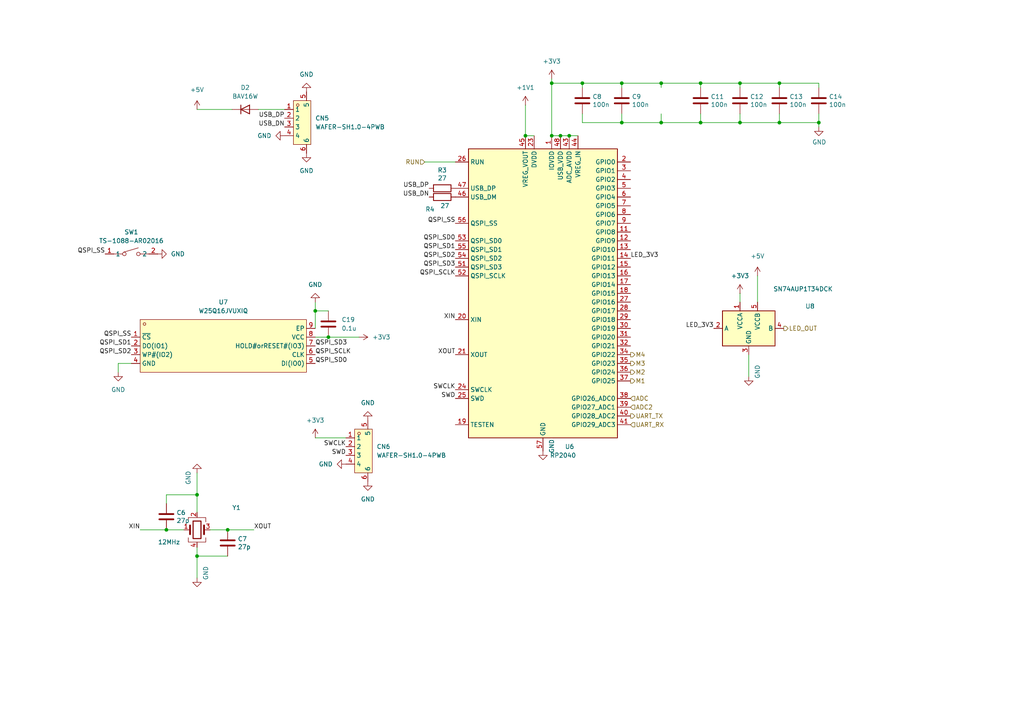
<source format=kicad_sch>
(kicad_sch
	(version 20250114)
	(generator "eeschema")
	(generator_version "9.0")
	(uuid "5cd0b4d7-3753-4934-ae2f-1b183aa3c9fb")
	(paper "A4")
	(lib_symbols
		(symbol "Device:C"
			(pin_numbers
				(hide yes)
			)
			(pin_names
				(offset 0.254)
			)
			(exclude_from_sim no)
			(in_bom yes)
			(on_board yes)
			(property "Reference" "C"
				(at 0.635 2.54 0)
				(effects
					(font
						(size 1.27 1.27)
					)
					(justify left)
				)
			)
			(property "Value" "C"
				(at 0.635 -2.54 0)
				(effects
					(font
						(size 1.27 1.27)
					)
					(justify left)
				)
			)
			(property "Footprint" ""
				(at 0.9652 -3.81 0)
				(effects
					(font
						(size 1.27 1.27)
					)
					(hide yes)
				)
			)
			(property "Datasheet" "~"
				(at 0 0 0)
				(effects
					(font
						(size 1.27 1.27)
					)
					(hide yes)
				)
			)
			(property "Description" "Unpolarized capacitor"
				(at 0 0 0)
				(effects
					(font
						(size 1.27 1.27)
					)
					(hide yes)
				)
			)
			(property "ki_keywords" "cap capacitor"
				(at 0 0 0)
				(effects
					(font
						(size 1.27 1.27)
					)
					(hide yes)
				)
			)
			(property "ki_fp_filters" "C_*"
				(at 0 0 0)
				(effects
					(font
						(size 1.27 1.27)
					)
					(hide yes)
				)
			)
			(symbol "C_0_1"
				(polyline
					(pts
						(xy -2.032 0.762) (xy 2.032 0.762)
					)
					(stroke
						(width 0.508)
						(type default)
					)
					(fill
						(type none)
					)
				)
				(polyline
					(pts
						(xy -2.032 -0.762) (xy 2.032 -0.762)
					)
					(stroke
						(width 0.508)
						(type default)
					)
					(fill
						(type none)
					)
				)
			)
			(symbol "C_1_1"
				(pin passive line
					(at 0 3.81 270)
					(length 2.794)
					(name "~"
						(effects
							(font
								(size 1.27 1.27)
							)
						)
					)
					(number "1"
						(effects
							(font
								(size 1.27 1.27)
							)
						)
					)
				)
				(pin passive line
					(at 0 -3.81 90)
					(length 2.794)
					(name "~"
						(effects
							(font
								(size 1.27 1.27)
							)
						)
					)
					(number "2"
						(effects
							(font
								(size 1.27 1.27)
							)
						)
					)
				)
			)
			(embedded_fonts no)
		)
		(symbol "Device:Crystal_GND24"
			(pin_names
				(offset 1.016)
				(hide yes)
			)
			(exclude_from_sim no)
			(in_bom yes)
			(on_board yes)
			(property "Reference" "Y"
				(at 3.175 5.08 0)
				(effects
					(font
						(size 1.27 1.27)
					)
					(justify left)
				)
			)
			(property "Value" "Crystal_GND24"
				(at 3.175 3.175 0)
				(effects
					(font
						(size 1.27 1.27)
					)
					(justify left)
				)
			)
			(property "Footprint" ""
				(at 0 0 0)
				(effects
					(font
						(size 1.27 1.27)
					)
					(hide yes)
				)
			)
			(property "Datasheet" "~"
				(at 0 0 0)
				(effects
					(font
						(size 1.27 1.27)
					)
					(hide yes)
				)
			)
			(property "Description" "Four pin crystal, GND on pins 2 and 4"
				(at 0 0 0)
				(effects
					(font
						(size 1.27 1.27)
					)
					(hide yes)
				)
			)
			(property "ki_keywords" "quartz ceramic resonator oscillator"
				(at 0 0 0)
				(effects
					(font
						(size 1.27 1.27)
					)
					(hide yes)
				)
			)
			(property "ki_fp_filters" "Crystal*"
				(at 0 0 0)
				(effects
					(font
						(size 1.27 1.27)
					)
					(hide yes)
				)
			)
			(symbol "Crystal_GND24_0_1"
				(polyline
					(pts
						(xy -2.54 2.286) (xy -2.54 3.556) (xy 2.54 3.556) (xy 2.54 2.286)
					)
					(stroke
						(width 0)
						(type default)
					)
					(fill
						(type none)
					)
				)
				(polyline
					(pts
						(xy -2.54 0) (xy -2.032 0)
					)
					(stroke
						(width 0)
						(type default)
					)
					(fill
						(type none)
					)
				)
				(polyline
					(pts
						(xy -2.54 -2.286) (xy -2.54 -3.556) (xy 2.54 -3.556) (xy 2.54 -2.286)
					)
					(stroke
						(width 0)
						(type default)
					)
					(fill
						(type none)
					)
				)
				(polyline
					(pts
						(xy -2.032 -1.27) (xy -2.032 1.27)
					)
					(stroke
						(width 0.508)
						(type default)
					)
					(fill
						(type none)
					)
				)
				(rectangle
					(start -1.143 2.54)
					(end 1.143 -2.54)
					(stroke
						(width 0.3048)
						(type default)
					)
					(fill
						(type none)
					)
				)
				(polyline
					(pts
						(xy 0 3.556) (xy 0 3.81)
					)
					(stroke
						(width 0)
						(type default)
					)
					(fill
						(type none)
					)
				)
				(polyline
					(pts
						(xy 0 -3.81) (xy 0 -3.556)
					)
					(stroke
						(width 0)
						(type default)
					)
					(fill
						(type none)
					)
				)
				(polyline
					(pts
						(xy 2.032 0) (xy 2.54 0)
					)
					(stroke
						(width 0)
						(type default)
					)
					(fill
						(type none)
					)
				)
				(polyline
					(pts
						(xy 2.032 -1.27) (xy 2.032 1.27)
					)
					(stroke
						(width 0.508)
						(type default)
					)
					(fill
						(type none)
					)
				)
			)
			(symbol "Crystal_GND24_1_1"
				(pin passive line
					(at -3.81 0 0)
					(length 1.27)
					(name "1"
						(effects
							(font
								(size 1.27 1.27)
							)
						)
					)
					(number "1"
						(effects
							(font
								(size 1.27 1.27)
							)
						)
					)
				)
				(pin passive line
					(at 0 5.08 270)
					(length 1.27)
					(name "2"
						(effects
							(font
								(size 1.27 1.27)
							)
						)
					)
					(number "2"
						(effects
							(font
								(size 1.27 1.27)
							)
						)
					)
				)
				(pin passive line
					(at 0 -5.08 90)
					(length 1.27)
					(name "4"
						(effects
							(font
								(size 1.27 1.27)
							)
						)
					)
					(number "4"
						(effects
							(font
								(size 1.27 1.27)
							)
						)
					)
				)
				(pin passive line
					(at 3.81 0 180)
					(length 1.27)
					(name "3"
						(effects
							(font
								(size 1.27 1.27)
							)
						)
					)
					(number "3"
						(effects
							(font
								(size 1.27 1.27)
							)
						)
					)
				)
			)
			(embedded_fonts no)
		)
		(symbol "Device:R"
			(pin_numbers
				(hide yes)
			)
			(pin_names
				(offset 0)
			)
			(exclude_from_sim no)
			(in_bom yes)
			(on_board yes)
			(property "Reference" "R"
				(at 2.032 0 90)
				(effects
					(font
						(size 1.27 1.27)
					)
				)
			)
			(property "Value" "R"
				(at 0 0 90)
				(effects
					(font
						(size 1.27 1.27)
					)
				)
			)
			(property "Footprint" ""
				(at -1.778 0 90)
				(effects
					(font
						(size 1.27 1.27)
					)
					(hide yes)
				)
			)
			(property "Datasheet" "~"
				(at 0 0 0)
				(effects
					(font
						(size 1.27 1.27)
					)
					(hide yes)
				)
			)
			(property "Description" "Resistor"
				(at 0 0 0)
				(effects
					(font
						(size 1.27 1.27)
					)
					(hide yes)
				)
			)
			(property "ki_keywords" "R res resistor"
				(at 0 0 0)
				(effects
					(font
						(size 1.27 1.27)
					)
					(hide yes)
				)
			)
			(property "ki_fp_filters" "R_*"
				(at 0 0 0)
				(effects
					(font
						(size 1.27 1.27)
					)
					(hide yes)
				)
			)
			(symbol "R_0_1"
				(rectangle
					(start -1.016 -2.54)
					(end 1.016 2.54)
					(stroke
						(width 0.254)
						(type default)
					)
					(fill
						(type none)
					)
				)
			)
			(symbol "R_1_1"
				(pin passive line
					(at 0 3.81 270)
					(length 1.27)
					(name "~"
						(effects
							(font
								(size 1.27 1.27)
							)
						)
					)
					(number "1"
						(effects
							(font
								(size 1.27 1.27)
							)
						)
					)
				)
				(pin passive line
					(at 0 -3.81 90)
					(length 1.27)
					(name "~"
						(effects
							(font
								(size 1.27 1.27)
							)
						)
					)
					(number "2"
						(effects
							(font
								(size 1.27 1.27)
							)
						)
					)
				)
			)
			(embedded_fonts no)
		)
		(symbol "Diode:BAV16W"
			(pin_numbers
				(hide yes)
			)
			(pin_names
				(hide yes)
			)
			(exclude_from_sim no)
			(in_bom yes)
			(on_board yes)
			(property "Reference" "D"
				(at 0 2.54 0)
				(effects
					(font
						(size 1.27 1.27)
					)
				)
			)
			(property "Value" "BAV16W"
				(at 0 -2.54 0)
				(effects
					(font
						(size 1.27 1.27)
					)
				)
			)
			(property "Footprint" "Diode_SMD:D_SOD-123"
				(at 0 -4.445 0)
				(effects
					(font
						(size 1.27 1.27)
					)
					(hide yes)
				)
			)
			(property "Datasheet" "https://www.diodes.com/assets/Datasheets/ds30086.pdf"
				(at 0 0 0)
				(effects
					(font
						(size 1.27 1.27)
					)
					(hide yes)
				)
			)
			(property "Description" "75V 0.15A Fast Switching Diode, SOD-123"
				(at 0 0 0)
				(effects
					(font
						(size 1.27 1.27)
					)
					(hide yes)
				)
			)
			(property "Sim.Device" "D"
				(at 0 0 0)
				(effects
					(font
						(size 1.27 1.27)
					)
					(hide yes)
				)
			)
			(property "Sim.Pins" "1=K 2=A"
				(at 0 0 0)
				(effects
					(font
						(size 1.27 1.27)
					)
					(hide yes)
				)
			)
			(property "ki_keywords" "diode"
				(at 0 0 0)
				(effects
					(font
						(size 1.27 1.27)
					)
					(hide yes)
				)
			)
			(property "ki_fp_filters" "D*SOD?123*"
				(at 0 0 0)
				(effects
					(font
						(size 1.27 1.27)
					)
					(hide yes)
				)
			)
			(symbol "BAV16W_0_1"
				(polyline
					(pts
						(xy -1.27 1.27) (xy -1.27 -1.27)
					)
					(stroke
						(width 0.254)
						(type default)
					)
					(fill
						(type none)
					)
				)
				(polyline
					(pts
						(xy 1.27 1.27) (xy 1.27 -1.27) (xy -1.27 0) (xy 1.27 1.27)
					)
					(stroke
						(width 0.254)
						(type default)
					)
					(fill
						(type none)
					)
				)
				(polyline
					(pts
						(xy 1.27 0) (xy -1.27 0)
					)
					(stroke
						(width 0)
						(type default)
					)
					(fill
						(type none)
					)
				)
			)
			(symbol "BAV16W_1_1"
				(pin passive line
					(at -3.81 0 0)
					(length 2.54)
					(name "K"
						(effects
							(font
								(size 1.27 1.27)
							)
						)
					)
					(number "1"
						(effects
							(font
								(size 1.27 1.27)
							)
						)
					)
				)
				(pin passive line
					(at 3.81 0 180)
					(length 2.54)
					(name "A"
						(effects
							(font
								(size 1.27 1.27)
							)
						)
					)
					(number "2"
						(effects
							(font
								(size 1.27 1.27)
							)
						)
					)
				)
			)
			(embedded_fonts no)
		)
		(symbol "EasyEDA:TS-1088-AR02016"
			(exclude_from_sim no)
			(in_bom yes)
			(on_board yes)
			(property "Reference" "SW"
				(at 0 5.08 0)
				(effects
					(font
						(size 1.27 1.27)
					)
				)
			)
			(property "Value" "TS-1088-AR02016"
				(at 0 -5.08 0)
				(effects
					(font
						(size 1.27 1.27)
					)
				)
			)
			(property "Footprint" "EasyEDA:SW-SMD_L3.9-W3.0-P4.45"
				(at 0 -7.62 0)
				(effects
					(font
						(size 1.27 1.27)
					)
					(hide yes)
				)
			)
			(property "Datasheet" "https://lcsc.com/product-detail/Tactile-Switches_XUNPU-TS-1088-AR02016_C720477.html"
				(at 0 -10.16 0)
				(effects
					(font
						(size 1.27 1.27)
					)
					(hide yes)
				)
			)
			(property "Description" ""
				(at 0 0 0)
				(effects
					(font
						(size 1.27 1.27)
					)
					(hide yes)
				)
			)
			(property "LCSC Part" "C720477"
				(at 0 -12.7 0)
				(effects
					(font
						(size 1.27 1.27)
					)
					(hide yes)
				)
			)
			(symbol "TS-1088-AR02016_0_1"
				(polyline
					(pts
						(xy -5.08 0) (xy -2.54 0)
					)
					(stroke
						(width 0)
						(type default)
					)
					(fill
						(type none)
					)
				)
				(polyline
					(pts
						(xy -2.29 0.51) (xy 2.03 1.78)
					)
					(stroke
						(width 0)
						(type default)
					)
					(fill
						(type none)
					)
				)
				(circle
					(center -2.03 0)
					(radius 0.51)
					(stroke
						(width 0)
						(type default)
					)
					(fill
						(type none)
					)
				)
				(circle
					(center 2.03 0)
					(radius 0.51)
					(stroke
						(width 0)
						(type default)
					)
					(fill
						(type none)
					)
				)
				(polyline
					(pts
						(xy 5.08 0) (xy 2.54 0)
					)
					(stroke
						(width 0)
						(type default)
					)
					(fill
						(type none)
					)
				)
				(pin unspecified line
					(at -7.62 0 0)
					(length 2.54)
					(name "1"
						(effects
							(font
								(size 1.27 1.27)
							)
						)
					)
					(number "1"
						(effects
							(font
								(size 1.27 1.27)
							)
						)
					)
				)
				(pin unspecified line
					(at 7.62 0 180)
					(length 2.54)
					(name "2"
						(effects
							(font
								(size 1.27 1.27)
							)
						)
					)
					(number "2"
						(effects
							(font
								(size 1.27 1.27)
							)
						)
					)
				)
			)
			(embedded_fonts no)
		)
		(symbol "EasyEDA:W25Q16JVUXIQ"
			(exclude_from_sim no)
			(in_bom yes)
			(on_board yes)
			(property "Reference" "U"
				(at 0 11.43 0)
				(effects
					(font
						(size 1.27 1.27)
					)
				)
			)
			(property "Value" "W25Q16JVUXIQ"
				(at 0 -8.89 0)
				(effects
					(font
						(size 1.27 1.27)
					)
				)
			)
			(property "Footprint" "EasyEDA:USON-8_L3.0-W2.0-P0.50-BL-EP"
				(at 0 -11.43 0)
				(effects
					(font
						(size 1.27 1.27)
					)
					(hide yes)
				)
			)
			(property "Datasheet" ""
				(at 0 0 0)
				(effects
					(font
						(size 1.27 1.27)
					)
					(hide yes)
				)
			)
			(property "Description" ""
				(at 0 0 0)
				(effects
					(font
						(size 1.27 1.27)
					)
					(hide yes)
				)
			)
			(property "LCSC Part" "C2843335"
				(at 0 -13.97 0)
				(effects
					(font
						(size 1.27 1.27)
					)
					(hide yes)
				)
			)
			(symbol "W25Q16JVUXIQ_0_1"
				(rectangle
					(start -24.13 8.89)
					(end 24.13 -6.35)
					(stroke
						(width 0)
						(type default)
					)
					(fill
						(type background)
					)
				)
				(circle
					(center -22.86 7.62)
					(radius 0.38)
					(stroke
						(width 0)
						(type default)
					)
					(fill
						(type none)
					)
				)
				(pin unspecified line
					(at -26.67 3.81 0)
					(length 2.54)
					(name "~{CS}"
						(effects
							(font
								(size 1.27 1.27)
							)
						)
					)
					(number "1"
						(effects
							(font
								(size 1.27 1.27)
							)
						)
					)
				)
				(pin unspecified line
					(at -26.67 1.27 0)
					(length 2.54)
					(name "DO(IO1)"
						(effects
							(font
								(size 1.27 1.27)
							)
						)
					)
					(number "2"
						(effects
							(font
								(size 1.27 1.27)
							)
						)
					)
				)
				(pin unspecified line
					(at -26.67 -1.27 0)
					(length 2.54)
					(name "WP#(IO2)"
						(effects
							(font
								(size 1.27 1.27)
							)
						)
					)
					(number "3"
						(effects
							(font
								(size 1.27 1.27)
							)
						)
					)
				)
				(pin unspecified line
					(at -26.67 -3.81 0)
					(length 2.54)
					(name "GND"
						(effects
							(font
								(size 1.27 1.27)
							)
						)
					)
					(number "4"
						(effects
							(font
								(size 1.27 1.27)
							)
						)
					)
				)
				(pin unspecified line
					(at 26.67 6.35 180)
					(length 2.54)
					(name "EP"
						(effects
							(font
								(size 1.27 1.27)
							)
						)
					)
					(number "9"
						(effects
							(font
								(size 1.27 1.27)
							)
						)
					)
				)
				(pin unspecified line
					(at 26.67 3.81 180)
					(length 2.54)
					(name "VCC"
						(effects
							(font
								(size 1.27 1.27)
							)
						)
					)
					(number "8"
						(effects
							(font
								(size 1.27 1.27)
							)
						)
					)
				)
				(pin unspecified line
					(at 26.67 1.27 180)
					(length 2.54)
					(name "HOLD#orRESET#(IO3)"
						(effects
							(font
								(size 1.27 1.27)
							)
						)
					)
					(number "7"
						(effects
							(font
								(size 1.27 1.27)
							)
						)
					)
				)
				(pin unspecified line
					(at 26.67 -1.27 180)
					(length 2.54)
					(name "CLK"
						(effects
							(font
								(size 1.27 1.27)
							)
						)
					)
					(number "6"
						(effects
							(font
								(size 1.27 1.27)
							)
						)
					)
				)
				(pin unspecified line
					(at 26.67 -3.81 180)
					(length 2.54)
					(name "DI(IO0)"
						(effects
							(font
								(size 1.27 1.27)
							)
						)
					)
					(number "5"
						(effects
							(font
								(size 1.27 1.27)
							)
						)
					)
				)
			)
			(embedded_fonts no)
		)
		(symbol "EasyEDA:WAFER-SH1.0-4PWB"
			(exclude_from_sim no)
			(in_bom yes)
			(on_board yes)
			(property "Reference" "CN"
				(at 0 13.97 0)
				(effects
					(font
						(size 1.27 1.27)
					)
				)
			)
			(property "Value" "WAFER-SH1.0-4PWB"
				(at 0 -13.97 0)
				(effects
					(font
						(size 1.27 1.27)
					)
				)
			)
			(property "Footprint" "EasyEDA:CONN-SMD_4P-P1.00_WAFER-SH1.0-4PWB"
				(at 0 -16.51 0)
				(effects
					(font
						(size 1.27 1.27)
					)
					(hide yes)
				)
			)
			(property "Datasheet" ""
				(at 0 0 0)
				(effects
					(font
						(size 1.27 1.27)
					)
					(hide yes)
				)
			)
			(property "Description" ""
				(at 0 0 0)
				(effects
					(font
						(size 1.27 1.27)
					)
					(hide yes)
				)
			)
			(property "LCSC Part" "C3029343"
				(at 0 -19.05 0)
				(effects
					(font
						(size 1.27 1.27)
					)
					(hide yes)
				)
			)
			(symbol "WAFER-SH1.0-4PWB_0_1"
				(rectangle
					(start -1.27 6.35)
					(end 3.81 -6.35)
					(stroke
						(width 0)
						(type default)
					)
					(fill
						(type background)
					)
				)
				(circle
					(center 0 5.08)
					(radius 0.38)
					(stroke
						(width 0)
						(type default)
					)
					(fill
						(type none)
					)
				)
				(pin unspecified line
					(at -3.81 3.81 0)
					(length 2.54)
					(name "1"
						(effects
							(font
								(size 1.27 1.27)
							)
						)
					)
					(number "1"
						(effects
							(font
								(size 1.27 1.27)
							)
						)
					)
				)
				(pin unspecified line
					(at -3.81 1.27 0)
					(length 2.54)
					(name "2"
						(effects
							(font
								(size 1.27 1.27)
							)
						)
					)
					(number "2"
						(effects
							(font
								(size 1.27 1.27)
							)
						)
					)
				)
				(pin unspecified line
					(at -3.81 -1.27 0)
					(length 2.54)
					(name "3"
						(effects
							(font
								(size 1.27 1.27)
							)
						)
					)
					(number "3"
						(effects
							(font
								(size 1.27 1.27)
							)
						)
					)
				)
				(pin unspecified line
					(at -3.81 -3.81 0)
					(length 2.54)
					(name "4"
						(effects
							(font
								(size 1.27 1.27)
							)
						)
					)
					(number "4"
						(effects
							(font
								(size 1.27 1.27)
							)
						)
					)
				)
				(pin unspecified line
					(at 2.54 8.89 270)
					(length 2.54)
					(name "5"
						(effects
							(font
								(size 1.27 1.27)
							)
						)
					)
					(number "5"
						(effects
							(font
								(size 1.27 1.27)
							)
						)
					)
				)
				(pin unspecified line
					(at 2.54 -8.89 90)
					(length 2.54)
					(name "6"
						(effects
							(font
								(size 1.27 1.27)
							)
						)
					)
					(number "6"
						(effects
							(font
								(size 1.27 1.27)
							)
						)
					)
				)
			)
			(embedded_fonts no)
		)
		(symbol "GND_1"
			(power)
			(pin_numbers
				(hide yes)
			)
			(pin_names
				(offset 0)
				(hide yes)
			)
			(exclude_from_sim no)
			(in_bom yes)
			(on_board yes)
			(property "Reference" "#PWR"
				(at 0 -6.35 0)
				(effects
					(font
						(size 1.27 1.27)
					)
					(hide yes)
				)
			)
			(property "Value" "GND"
				(at 0 -3.81 0)
				(effects
					(font
						(size 1.27 1.27)
					)
				)
			)
			(property "Footprint" ""
				(at 0 0 0)
				(effects
					(font
						(size 1.27 1.27)
					)
					(hide yes)
				)
			)
			(property "Datasheet" ""
				(at 0 0 0)
				(effects
					(font
						(size 1.27 1.27)
					)
					(hide yes)
				)
			)
			(property "Description" "Power symbol creates a global label with name \"GND\" , ground"
				(at 0 0 0)
				(effects
					(font
						(size 1.27 1.27)
					)
					(hide yes)
				)
			)
			(property "ki_keywords" "global power"
				(at 0 0 0)
				(effects
					(font
						(size 1.27 1.27)
					)
					(hide yes)
				)
			)
			(symbol "GND_1_0_1"
				(polyline
					(pts
						(xy 0 0) (xy 0 -1.27) (xy 1.27 -1.27) (xy 0 -2.54) (xy -1.27 -1.27) (xy 0 -1.27)
					)
					(stroke
						(width 0)
						(type default)
					)
					(fill
						(type none)
					)
				)
			)
			(symbol "GND_1_1_1"
				(pin power_in line
					(at 0 0 270)
					(length 0)
					(name "~"
						(effects
							(font
								(size 1.27 1.27)
							)
						)
					)
					(number "1"
						(effects
							(font
								(size 1.27 1.27)
							)
						)
					)
				)
			)
			(embedded_fonts no)
		)
		(symbol "Logic_LevelTranslator:SN74AUP1T34DCK"
			(exclude_from_sim no)
			(in_bom yes)
			(on_board yes)
			(property "Reference" "U"
				(at -6.35 6.35 0)
				(effects
					(font
						(size 1.27 1.27)
					)
				)
			)
			(property "Value" "SN74AUP1T34DCK"
				(at 11.43 6.35 0)
				(effects
					(font
						(size 1.27 1.27)
					)
				)
			)
			(property "Footprint" "Package_TO_SOT_SMD:SOT-353_SC-70-5"
				(at 0 -17.78 0)
				(effects
					(font
						(size 1.27 1.27)
					)
					(hide yes)
				)
			)
			(property "Datasheet" "http://www.ti.com/lit/ds/symlink/sn74aup1t34.pdf"
				(at 0 -15.24 0)
				(effects
					(font
						(size 1.27 1.27)
					)
					(hide yes)
				)
			)
			(property "Description" "1-Bit Unidirectional Voltage-Level Translator, SC-70"
				(at 0 0 0)
				(effects
					(font
						(size 1.27 1.27)
					)
					(hide yes)
				)
			)
			(property "ki_keywords" "Noninverting"
				(at 0 0 0)
				(effects
					(font
						(size 1.27 1.27)
					)
					(hide yes)
				)
			)
			(property "ki_fp_filters" "SOT*353*"
				(at 0 0 0)
				(effects
					(font
						(size 1.27 1.27)
					)
					(hide yes)
				)
			)
			(symbol "SN74AUP1T34DCK_0_1"
				(rectangle
					(start -7.62 -5.08)
					(end 7.62 5.08)
					(stroke
						(width 0.254)
						(type default)
					)
					(fill
						(type background)
					)
				)
				(pin input line
					(at -10.16 0 0)
					(length 2.54)
					(name "A"
						(effects
							(font
								(size 1.27 1.27)
							)
						)
					)
					(number "2"
						(effects
							(font
								(size 1.27 1.27)
							)
						)
					)
				)
				(pin power_in line
					(at -2.54 7.62 270)
					(length 2.54)
					(name "VCCA"
						(effects
							(font
								(size 1.27 1.27)
							)
						)
					)
					(number "1"
						(effects
							(font
								(size 1.27 1.27)
							)
						)
					)
				)
				(pin power_in line
					(at 0 -7.62 90)
					(length 2.54)
					(name "GND"
						(effects
							(font
								(size 1.27 1.27)
							)
						)
					)
					(number "3"
						(effects
							(font
								(size 1.27 1.27)
							)
						)
					)
				)
				(pin power_in line
					(at 2.54 7.62 270)
					(length 2.54)
					(name "VCCB"
						(effects
							(font
								(size 1.27 1.27)
							)
						)
					)
					(number "5"
						(effects
							(font
								(size 1.27 1.27)
							)
						)
					)
				)
				(pin output line
					(at 10.16 0 180)
					(length 2.54)
					(name "B"
						(effects
							(font
								(size 1.27 1.27)
							)
						)
					)
					(number "4"
						(effects
							(font
								(size 1.27 1.27)
							)
						)
					)
				)
			)
			(embedded_fonts no)
		)
		(symbol "MCU_RaspberryPi:RP2040"
			(exclude_from_sim no)
			(in_bom yes)
			(on_board yes)
			(property "Reference" "U"
				(at 17.78 45.72 0)
				(effects
					(font
						(size 1.27 1.27)
					)
				)
			)
			(property "Value" "RP2040"
				(at 17.78 43.18 0)
				(effects
					(font
						(size 1.27 1.27)
					)
				)
			)
			(property "Footprint" "Package_DFN_QFN:QFN-56-1EP_7x7mm_P0.4mm_EP3.2x3.2mm"
				(at 0 0 0)
				(effects
					(font
						(size 1.27 1.27)
					)
					(hide yes)
				)
			)
			(property "Datasheet" "https://datasheets.raspberrypi.com/rp2040/rp2040-datasheet.pdf"
				(at 0 0 0)
				(effects
					(font
						(size 1.27 1.27)
					)
					(hide yes)
				)
			)
			(property "Description" "A microcontroller by Raspberry Pi"
				(at 0 0 0)
				(effects
					(font
						(size 1.27 1.27)
					)
					(hide yes)
				)
			)
			(property "ki_keywords" "RP2040 ARM Cortex-M0+ USB"
				(at 0 0 0)
				(effects
					(font
						(size 1.27 1.27)
					)
					(hide yes)
				)
			)
			(property "ki_fp_filters" "QFN*7x7mm?P0.4mm?EP3.2x3.2mm*"
				(at 0 0 0)
				(effects
					(font
						(size 1.27 1.27)
					)
					(hide yes)
				)
			)
			(symbol "RP2040_0_1"
				(rectangle
					(start -21.59 41.91)
					(end 21.59 -41.91)
					(stroke
						(width 0.254)
						(type default)
					)
					(fill
						(type background)
					)
				)
			)
			(symbol "RP2040_1_1"
				(pin input line
					(at -25.4 38.1 0)
					(length 3.81)
					(name "RUN"
						(effects
							(font
								(size 1.27 1.27)
							)
						)
					)
					(number "26"
						(effects
							(font
								(size 1.27 1.27)
							)
						)
					)
				)
				(pin bidirectional line
					(at -25.4 30.48 0)
					(length 3.81)
					(name "USB_DP"
						(effects
							(font
								(size 1.27 1.27)
							)
						)
					)
					(number "47"
						(effects
							(font
								(size 1.27 1.27)
							)
						)
					)
				)
				(pin bidirectional line
					(at -25.4 27.94 0)
					(length 3.81)
					(name "USB_DM"
						(effects
							(font
								(size 1.27 1.27)
							)
						)
					)
					(number "46"
						(effects
							(font
								(size 1.27 1.27)
							)
						)
					)
				)
				(pin bidirectional line
					(at -25.4 20.32 0)
					(length 3.81)
					(name "QSPI_SS"
						(effects
							(font
								(size 1.27 1.27)
							)
						)
					)
					(number "56"
						(effects
							(font
								(size 1.27 1.27)
							)
						)
					)
				)
				(pin bidirectional line
					(at -25.4 15.24 0)
					(length 3.81)
					(name "QSPI_SD0"
						(effects
							(font
								(size 1.27 1.27)
							)
						)
					)
					(number "53"
						(effects
							(font
								(size 1.27 1.27)
							)
						)
					)
				)
				(pin bidirectional line
					(at -25.4 12.7 0)
					(length 3.81)
					(name "QSPI_SD1"
						(effects
							(font
								(size 1.27 1.27)
							)
						)
					)
					(number "55"
						(effects
							(font
								(size 1.27 1.27)
							)
						)
					)
				)
				(pin bidirectional line
					(at -25.4 10.16 0)
					(length 3.81)
					(name "QSPI_SD2"
						(effects
							(font
								(size 1.27 1.27)
							)
						)
					)
					(number "54"
						(effects
							(font
								(size 1.27 1.27)
							)
						)
					)
				)
				(pin bidirectional line
					(at -25.4 7.62 0)
					(length 3.81)
					(name "QSPI_SD3"
						(effects
							(font
								(size 1.27 1.27)
							)
						)
					)
					(number "51"
						(effects
							(font
								(size 1.27 1.27)
							)
						)
					)
				)
				(pin output line
					(at -25.4 5.08 0)
					(length 3.81)
					(name "QSPI_SCLK"
						(effects
							(font
								(size 1.27 1.27)
							)
						)
					)
					(number "52"
						(effects
							(font
								(size 1.27 1.27)
							)
						)
					)
				)
				(pin input line
					(at -25.4 -7.62 0)
					(length 3.81)
					(name "XIN"
						(effects
							(font
								(size 1.27 1.27)
							)
						)
					)
					(number "20"
						(effects
							(font
								(size 1.27 1.27)
							)
						)
					)
				)
				(pin passive line
					(at -25.4 -17.78 0)
					(length 3.81)
					(name "XOUT"
						(effects
							(font
								(size 1.27 1.27)
							)
						)
					)
					(number "21"
						(effects
							(font
								(size 1.27 1.27)
							)
						)
					)
				)
				(pin output line
					(at -25.4 -27.94 0)
					(length 3.81)
					(name "SWCLK"
						(effects
							(font
								(size 1.27 1.27)
							)
						)
					)
					(number "24"
						(effects
							(font
								(size 1.27 1.27)
							)
						)
					)
				)
				(pin bidirectional line
					(at -25.4 -30.48 0)
					(length 3.81)
					(name "SWD"
						(effects
							(font
								(size 1.27 1.27)
							)
						)
					)
					(number "25"
						(effects
							(font
								(size 1.27 1.27)
							)
						)
					)
				)
				(pin input line
					(at -25.4 -38.1 0)
					(length 3.81)
					(name "TESTEN"
						(effects
							(font
								(size 1.27 1.27)
							)
						)
					)
					(number "19"
						(effects
							(font
								(size 1.27 1.27)
							)
						)
					)
				)
				(pin power_out line
					(at -5.08 45.72 270)
					(length 3.81)
					(name "VREG_VOUT"
						(effects
							(font
								(size 1.27 1.27)
							)
						)
					)
					(number "45"
						(effects
							(font
								(size 1.27 1.27)
							)
						)
					)
				)
				(pin power_in line
					(at -2.54 45.72 270)
					(length 3.81)
					(name "DVDD"
						(effects
							(font
								(size 1.27 1.27)
							)
						)
					)
					(number "23"
						(effects
							(font
								(size 1.27 1.27)
							)
						)
					)
				)
				(pin passive line
					(at -2.54 45.72 270)
					(length 3.81)
					(hide yes)
					(name "DVDD"
						(effects
							(font
								(size 1.27 1.27)
							)
						)
					)
					(number "50"
						(effects
							(font
								(size 1.27 1.27)
							)
						)
					)
				)
				(pin power_in line
					(at 0 -45.72 90)
					(length 3.81)
					(name "GND"
						(effects
							(font
								(size 1.27 1.27)
							)
						)
					)
					(number "57"
						(effects
							(font
								(size 1.27 1.27)
							)
						)
					)
				)
				(pin power_in line
					(at 2.54 45.72 270)
					(length 3.81)
					(name "IOVDD"
						(effects
							(font
								(size 1.27 1.27)
							)
						)
					)
					(number "1"
						(effects
							(font
								(size 1.27 1.27)
							)
						)
					)
				)
				(pin passive line
					(at 2.54 45.72 270)
					(length 3.81)
					(hide yes)
					(name "IOVDD"
						(effects
							(font
								(size 1.27 1.27)
							)
						)
					)
					(number "10"
						(effects
							(font
								(size 1.27 1.27)
							)
						)
					)
				)
				(pin passive line
					(at 2.54 45.72 270)
					(length 3.81)
					(hide yes)
					(name "IOVDD"
						(effects
							(font
								(size 1.27 1.27)
							)
						)
					)
					(number "22"
						(effects
							(font
								(size 1.27 1.27)
							)
						)
					)
				)
				(pin passive line
					(at 2.54 45.72 270)
					(length 3.81)
					(hide yes)
					(name "IOVDD"
						(effects
							(font
								(size 1.27 1.27)
							)
						)
					)
					(number "33"
						(effects
							(font
								(size 1.27 1.27)
							)
						)
					)
				)
				(pin passive line
					(at 2.54 45.72 270)
					(length 3.81)
					(hide yes)
					(name "IOVDD"
						(effects
							(font
								(size 1.27 1.27)
							)
						)
					)
					(number "42"
						(effects
							(font
								(size 1.27 1.27)
							)
						)
					)
				)
				(pin passive line
					(at 2.54 45.72 270)
					(length 3.81)
					(hide yes)
					(name "IOVDD"
						(effects
							(font
								(size 1.27 1.27)
							)
						)
					)
					(number "49"
						(effects
							(font
								(size 1.27 1.27)
							)
						)
					)
				)
				(pin power_in line
					(at 5.08 45.72 270)
					(length 3.81)
					(name "USB_VDD"
						(effects
							(font
								(size 1.27 1.27)
							)
						)
					)
					(number "48"
						(effects
							(font
								(size 1.27 1.27)
							)
						)
					)
				)
				(pin power_in line
					(at 7.62 45.72 270)
					(length 3.81)
					(name "ADC_AVDD"
						(effects
							(font
								(size 1.27 1.27)
							)
						)
					)
					(number "43"
						(effects
							(font
								(size 1.27 1.27)
							)
						)
					)
				)
				(pin power_in line
					(at 10.16 45.72 270)
					(length 3.81)
					(name "VREG_IN"
						(effects
							(font
								(size 1.27 1.27)
							)
						)
					)
					(number "44"
						(effects
							(font
								(size 1.27 1.27)
							)
						)
					)
				)
				(pin bidirectional line
					(at 25.4 38.1 180)
					(length 3.81)
					(name "GPIO0"
						(effects
							(font
								(size 1.27 1.27)
							)
						)
					)
					(number "2"
						(effects
							(font
								(size 1.27 1.27)
							)
						)
					)
				)
				(pin bidirectional line
					(at 25.4 35.56 180)
					(length 3.81)
					(name "GPIO1"
						(effects
							(font
								(size 1.27 1.27)
							)
						)
					)
					(number "3"
						(effects
							(font
								(size 1.27 1.27)
							)
						)
					)
				)
				(pin bidirectional line
					(at 25.4 33.02 180)
					(length 3.81)
					(name "GPIO2"
						(effects
							(font
								(size 1.27 1.27)
							)
						)
					)
					(number "4"
						(effects
							(font
								(size 1.27 1.27)
							)
						)
					)
				)
				(pin bidirectional line
					(at 25.4 30.48 180)
					(length 3.81)
					(name "GPIO3"
						(effects
							(font
								(size 1.27 1.27)
							)
						)
					)
					(number "5"
						(effects
							(font
								(size 1.27 1.27)
							)
						)
					)
				)
				(pin bidirectional line
					(at 25.4 27.94 180)
					(length 3.81)
					(name "GPIO4"
						(effects
							(font
								(size 1.27 1.27)
							)
						)
					)
					(number "6"
						(effects
							(font
								(size 1.27 1.27)
							)
						)
					)
				)
				(pin bidirectional line
					(at 25.4 25.4 180)
					(length 3.81)
					(name "GPIO5"
						(effects
							(font
								(size 1.27 1.27)
							)
						)
					)
					(number "7"
						(effects
							(font
								(size 1.27 1.27)
							)
						)
					)
				)
				(pin bidirectional line
					(at 25.4 22.86 180)
					(length 3.81)
					(name "GPIO6"
						(effects
							(font
								(size 1.27 1.27)
							)
						)
					)
					(number "8"
						(effects
							(font
								(size 1.27 1.27)
							)
						)
					)
				)
				(pin bidirectional line
					(at 25.4 20.32 180)
					(length 3.81)
					(name "GPIO7"
						(effects
							(font
								(size 1.27 1.27)
							)
						)
					)
					(number "9"
						(effects
							(font
								(size 1.27 1.27)
							)
						)
					)
				)
				(pin bidirectional line
					(at 25.4 17.78 180)
					(length 3.81)
					(name "GPIO8"
						(effects
							(font
								(size 1.27 1.27)
							)
						)
					)
					(number "11"
						(effects
							(font
								(size 1.27 1.27)
							)
						)
					)
				)
				(pin bidirectional line
					(at 25.4 15.24 180)
					(length 3.81)
					(name "GPIO9"
						(effects
							(font
								(size 1.27 1.27)
							)
						)
					)
					(number "12"
						(effects
							(font
								(size 1.27 1.27)
							)
						)
					)
				)
				(pin bidirectional line
					(at 25.4 12.7 180)
					(length 3.81)
					(name "GPIO10"
						(effects
							(font
								(size 1.27 1.27)
							)
						)
					)
					(number "13"
						(effects
							(font
								(size 1.27 1.27)
							)
						)
					)
				)
				(pin bidirectional line
					(at 25.4 10.16 180)
					(length 3.81)
					(name "GPIO11"
						(effects
							(font
								(size 1.27 1.27)
							)
						)
					)
					(number "14"
						(effects
							(font
								(size 1.27 1.27)
							)
						)
					)
				)
				(pin bidirectional line
					(at 25.4 7.62 180)
					(length 3.81)
					(name "GPIO12"
						(effects
							(font
								(size 1.27 1.27)
							)
						)
					)
					(number "15"
						(effects
							(font
								(size 1.27 1.27)
							)
						)
					)
				)
				(pin bidirectional line
					(at 25.4 5.08 180)
					(length 3.81)
					(name "GPIO13"
						(effects
							(font
								(size 1.27 1.27)
							)
						)
					)
					(number "16"
						(effects
							(font
								(size 1.27 1.27)
							)
						)
					)
				)
				(pin bidirectional line
					(at 25.4 2.54 180)
					(length 3.81)
					(name "GPIO14"
						(effects
							(font
								(size 1.27 1.27)
							)
						)
					)
					(number "17"
						(effects
							(font
								(size 1.27 1.27)
							)
						)
					)
				)
				(pin bidirectional line
					(at 25.4 0 180)
					(length 3.81)
					(name "GPIO15"
						(effects
							(font
								(size 1.27 1.27)
							)
						)
					)
					(number "18"
						(effects
							(font
								(size 1.27 1.27)
							)
						)
					)
				)
				(pin bidirectional line
					(at 25.4 -2.54 180)
					(length 3.81)
					(name "GPIO16"
						(effects
							(font
								(size 1.27 1.27)
							)
						)
					)
					(number "27"
						(effects
							(font
								(size 1.27 1.27)
							)
						)
					)
				)
				(pin bidirectional line
					(at 25.4 -5.08 180)
					(length 3.81)
					(name "GPIO17"
						(effects
							(font
								(size 1.27 1.27)
							)
						)
					)
					(number "28"
						(effects
							(font
								(size 1.27 1.27)
							)
						)
					)
				)
				(pin bidirectional line
					(at 25.4 -7.62 180)
					(length 3.81)
					(name "GPIO18"
						(effects
							(font
								(size 1.27 1.27)
							)
						)
					)
					(number "29"
						(effects
							(font
								(size 1.27 1.27)
							)
						)
					)
				)
				(pin bidirectional line
					(at 25.4 -10.16 180)
					(length 3.81)
					(name "GPIO19"
						(effects
							(font
								(size 1.27 1.27)
							)
						)
					)
					(number "30"
						(effects
							(font
								(size 1.27 1.27)
							)
						)
					)
				)
				(pin bidirectional line
					(at 25.4 -12.7 180)
					(length 3.81)
					(name "GPIO20"
						(effects
							(font
								(size 1.27 1.27)
							)
						)
					)
					(number "31"
						(effects
							(font
								(size 1.27 1.27)
							)
						)
					)
				)
				(pin bidirectional line
					(at 25.4 -15.24 180)
					(length 3.81)
					(name "GPIO21"
						(effects
							(font
								(size 1.27 1.27)
							)
						)
					)
					(number "32"
						(effects
							(font
								(size 1.27 1.27)
							)
						)
					)
				)
				(pin bidirectional line
					(at 25.4 -17.78 180)
					(length 3.81)
					(name "GPIO22"
						(effects
							(font
								(size 1.27 1.27)
							)
						)
					)
					(number "34"
						(effects
							(font
								(size 1.27 1.27)
							)
						)
					)
				)
				(pin bidirectional line
					(at 25.4 -20.32 180)
					(length 3.81)
					(name "GPIO23"
						(effects
							(font
								(size 1.27 1.27)
							)
						)
					)
					(number "35"
						(effects
							(font
								(size 1.27 1.27)
							)
						)
					)
				)
				(pin bidirectional line
					(at 25.4 -22.86 180)
					(length 3.81)
					(name "GPIO24"
						(effects
							(font
								(size 1.27 1.27)
							)
						)
					)
					(number "36"
						(effects
							(font
								(size 1.27 1.27)
							)
						)
					)
				)
				(pin bidirectional line
					(at 25.4 -25.4 180)
					(length 3.81)
					(name "GPIO25"
						(effects
							(font
								(size 1.27 1.27)
							)
						)
					)
					(number "37"
						(effects
							(font
								(size 1.27 1.27)
							)
						)
					)
				)
				(pin bidirectional line
					(at 25.4 -30.48 180)
					(length 3.81)
					(name "GPIO26_ADC0"
						(effects
							(font
								(size 1.27 1.27)
							)
						)
					)
					(number "38"
						(effects
							(font
								(size 1.27 1.27)
							)
						)
					)
				)
				(pin bidirectional line
					(at 25.4 -33.02 180)
					(length 3.81)
					(name "GPIO27_ADC1"
						(effects
							(font
								(size 1.27 1.27)
							)
						)
					)
					(number "39"
						(effects
							(font
								(size 1.27 1.27)
							)
						)
					)
				)
				(pin bidirectional line
					(at 25.4 -35.56 180)
					(length 3.81)
					(name "GPIO28_ADC2"
						(effects
							(font
								(size 1.27 1.27)
							)
						)
					)
					(number "40"
						(effects
							(font
								(size 1.27 1.27)
							)
						)
					)
				)
				(pin bidirectional line
					(at 25.4 -38.1 180)
					(length 3.81)
					(name "GPIO29_ADC3"
						(effects
							(font
								(size 1.27 1.27)
							)
						)
					)
					(number "41"
						(effects
							(font
								(size 1.27 1.27)
							)
						)
					)
				)
			)
			(embedded_fonts no)
		)
		(symbol "power:+1V1"
			(power)
			(pin_numbers
				(hide yes)
			)
			(pin_names
				(offset 0)
				(hide yes)
			)
			(exclude_from_sim no)
			(in_bom yes)
			(on_board yes)
			(property "Reference" "#PWR"
				(at 0 -3.81 0)
				(effects
					(font
						(size 1.27 1.27)
					)
					(hide yes)
				)
			)
			(property "Value" "+1V1"
				(at 0 3.556 0)
				(effects
					(font
						(size 1.27 1.27)
					)
				)
			)
			(property "Footprint" ""
				(at 0 0 0)
				(effects
					(font
						(size 1.27 1.27)
					)
					(hide yes)
				)
			)
			(property "Datasheet" ""
				(at 0 0 0)
				(effects
					(font
						(size 1.27 1.27)
					)
					(hide yes)
				)
			)
			(property "Description" "Power symbol creates a global label with name \"+1V1\""
				(at 0 0 0)
				(effects
					(font
						(size 1.27 1.27)
					)
					(hide yes)
				)
			)
			(property "ki_keywords" "global power"
				(at 0 0 0)
				(effects
					(font
						(size 1.27 1.27)
					)
					(hide yes)
				)
			)
			(symbol "+1V1_0_1"
				(polyline
					(pts
						(xy -0.762 1.27) (xy 0 2.54)
					)
					(stroke
						(width 0)
						(type default)
					)
					(fill
						(type none)
					)
				)
				(polyline
					(pts
						(xy 0 2.54) (xy 0.762 1.27)
					)
					(stroke
						(width 0)
						(type default)
					)
					(fill
						(type none)
					)
				)
				(polyline
					(pts
						(xy 0 0) (xy 0 2.54)
					)
					(stroke
						(width 0)
						(type default)
					)
					(fill
						(type none)
					)
				)
			)
			(symbol "+1V1_1_1"
				(pin power_in line
					(at 0 0 90)
					(length 0)
					(name "~"
						(effects
							(font
								(size 1.27 1.27)
							)
						)
					)
					(number "1"
						(effects
							(font
								(size 1.27 1.27)
							)
						)
					)
				)
			)
			(embedded_fonts no)
		)
		(symbol "power:+3V3"
			(power)
			(pin_numbers
				(hide yes)
			)
			(pin_names
				(offset 0)
				(hide yes)
			)
			(exclude_from_sim no)
			(in_bom yes)
			(on_board yes)
			(property "Reference" "#PWR"
				(at 0 -3.81 0)
				(effects
					(font
						(size 1.27 1.27)
					)
					(hide yes)
				)
			)
			(property "Value" "+3V3"
				(at 0 3.556 0)
				(effects
					(font
						(size 1.27 1.27)
					)
				)
			)
			(property "Footprint" ""
				(at 0 0 0)
				(effects
					(font
						(size 1.27 1.27)
					)
					(hide yes)
				)
			)
			(property "Datasheet" ""
				(at 0 0 0)
				(effects
					(font
						(size 1.27 1.27)
					)
					(hide yes)
				)
			)
			(property "Description" "Power symbol creates a global label with name \"+3V3\""
				(at 0 0 0)
				(effects
					(font
						(size 1.27 1.27)
					)
					(hide yes)
				)
			)
			(property "ki_keywords" "global power"
				(at 0 0 0)
				(effects
					(font
						(size 1.27 1.27)
					)
					(hide yes)
				)
			)
			(symbol "+3V3_0_1"
				(polyline
					(pts
						(xy -0.762 1.27) (xy 0 2.54)
					)
					(stroke
						(width 0)
						(type default)
					)
					(fill
						(type none)
					)
				)
				(polyline
					(pts
						(xy 0 2.54) (xy 0.762 1.27)
					)
					(stroke
						(width 0)
						(type default)
					)
					(fill
						(type none)
					)
				)
				(polyline
					(pts
						(xy 0 0) (xy 0 2.54)
					)
					(stroke
						(width 0)
						(type default)
					)
					(fill
						(type none)
					)
				)
			)
			(symbol "+3V3_1_1"
				(pin power_in line
					(at 0 0 90)
					(length 0)
					(name "~"
						(effects
							(font
								(size 1.27 1.27)
							)
						)
					)
					(number "1"
						(effects
							(font
								(size 1.27 1.27)
							)
						)
					)
				)
			)
			(embedded_fonts no)
		)
		(symbol "power:+5V"
			(power)
			(pin_names
				(offset 0)
			)
			(exclude_from_sim no)
			(in_bom yes)
			(on_board yes)
			(property "Reference" "#PWR"
				(at 0 -3.81 0)
				(effects
					(font
						(size 1.27 1.27)
					)
					(hide yes)
				)
			)
			(property "Value" "+5V"
				(at 0 3.556 0)
				(effects
					(font
						(size 1.27 1.27)
					)
				)
			)
			(property "Footprint" ""
				(at 0 0 0)
				(effects
					(font
						(size 1.27 1.27)
					)
					(hide yes)
				)
			)
			(property "Datasheet" ""
				(at 0 0 0)
				(effects
					(font
						(size 1.27 1.27)
					)
					(hide yes)
				)
			)
			(property "Description" "Power symbol creates a global label with name \"+5V\""
				(at 0 0 0)
				(effects
					(font
						(size 1.27 1.27)
					)
					(hide yes)
				)
			)
			(property "ki_keywords" "power-flag"
				(at 0 0 0)
				(effects
					(font
						(size 1.27 1.27)
					)
					(hide yes)
				)
			)
			(symbol "+5V_0_1"
				(polyline
					(pts
						(xy -0.762 1.27) (xy 0 2.54)
					)
					(stroke
						(width 0)
						(type default)
					)
					(fill
						(type none)
					)
				)
				(polyline
					(pts
						(xy 0 2.54) (xy 0.762 1.27)
					)
					(stroke
						(width 0)
						(type default)
					)
					(fill
						(type none)
					)
				)
				(polyline
					(pts
						(xy 0 0) (xy 0 2.54)
					)
					(stroke
						(width 0)
						(type default)
					)
					(fill
						(type none)
					)
				)
			)
			(symbol "+5V_1_1"
				(pin power_in line
					(at 0 0 90)
					(length 0)
					(hide yes)
					(name "+5V"
						(effects
							(font
								(size 1.27 1.27)
							)
						)
					)
					(number "1"
						(effects
							(font
								(size 1.27 1.27)
							)
						)
					)
				)
			)
			(embedded_fonts no)
		)
		(symbol "power:GND"
			(power)
			(pin_names
				(offset 0)
			)
			(exclude_from_sim no)
			(in_bom yes)
			(on_board yes)
			(property "Reference" "#PWR"
				(at 0 -6.35 0)
				(effects
					(font
						(size 1.27 1.27)
					)
					(hide yes)
				)
			)
			(property "Value" "GND"
				(at 0 -3.81 0)
				(effects
					(font
						(size 1.27 1.27)
					)
				)
			)
			(property "Footprint" ""
				(at 0 0 0)
				(effects
					(font
						(size 1.27 1.27)
					)
					(hide yes)
				)
			)
			(property "Datasheet" ""
				(at 0 0 0)
				(effects
					(font
						(size 1.27 1.27)
					)
					(hide yes)
				)
			)
			(property "Description" "Power symbol creates a global label with name \"GND\" , ground"
				(at 0 0 0)
				(effects
					(font
						(size 1.27 1.27)
					)
					(hide yes)
				)
			)
			(property "ki_keywords" "power-flag"
				(at 0 0 0)
				(effects
					(font
						(size 1.27 1.27)
					)
					(hide yes)
				)
			)
			(symbol "GND_0_1"
				(polyline
					(pts
						(xy 0 0) (xy 0 -1.27) (xy 1.27 -1.27) (xy 0 -2.54) (xy -1.27 -1.27) (xy 0 -1.27)
					)
					(stroke
						(width 0)
						(type default)
					)
					(fill
						(type none)
					)
				)
			)
			(symbol "GND_1_1"
				(pin power_in line
					(at 0 0 270)
					(length 0)
					(hide yes)
					(name "GND"
						(effects
							(font
								(size 1.27 1.27)
							)
						)
					)
					(number "1"
						(effects
							(font
								(size 1.27 1.27)
							)
						)
					)
				)
			)
			(embedded_fonts no)
		)
	)
	(junction
		(at 180.34 35.56)
		(diameter 0)
		(color 0 0 0 0)
		(uuid "196ce2e1-a2ba-4961-9d6e-89adfcd7ab9c")
	)
	(junction
		(at 152.4 39.37)
		(diameter 0)
		(color 0 0 0 0)
		(uuid "1adfb430-7809-4fdc-84ab-6589f90205b5")
	)
	(junction
		(at 165.1 39.37)
		(diameter 0)
		(color 0 0 0 0)
		(uuid "30e3c7a0-48ca-4d60-bf57-66617cf873ef")
	)
	(junction
		(at 191.77 24.13)
		(diameter 0)
		(color 0 0 0 0)
		(uuid "3a0454e6-491a-4bf4-91e6-dce3a694cc5c")
	)
	(junction
		(at 160.02 24.13)
		(diameter 0)
		(color 0 0 0 0)
		(uuid "55a2d6f8-4604-4db8-a9e1-4b961bfe278a")
	)
	(junction
		(at 180.34 24.13)
		(diameter 0)
		(color 0 0 0 0)
		(uuid "5c6ece8b-505a-4512-972c-593d819efa37")
	)
	(junction
		(at 57.15 161.29)
		(diameter 0)
		(color 0 0 0 0)
		(uuid "690303e9-13f0-496c-b936-2dd90f0b996e")
	)
	(junction
		(at 203.2 24.13)
		(diameter 0)
		(color 0 0 0 0)
		(uuid "6a6b5588-c1ac-4329-9153-bb5e58757bae")
	)
	(junction
		(at 160.02 39.37)
		(diameter 0)
		(color 0 0 0 0)
		(uuid "6e5d0aca-a084-46c6-97da-a7ac6d87e777")
	)
	(junction
		(at 237.49 35.56)
		(diameter 0)
		(color 0 0 0 0)
		(uuid "7073d1d5-dd23-4f68-8093-78a96576125b")
	)
	(junction
		(at 191.77 35.56)
		(diameter 0)
		(color 0 0 0 0)
		(uuid "85adbcdd-d898-4b3e-8128-3e3e9ebc53e4")
	)
	(junction
		(at 203.2 35.56)
		(diameter 0)
		(color 0 0 0 0)
		(uuid "8da6a87f-881b-459e-b1a3-05eccfae850e")
	)
	(junction
		(at 162.56 39.37)
		(diameter 0)
		(color 0 0 0 0)
		(uuid "90a9cda2-9355-4a6a-ba86-17e9c33ec474")
	)
	(junction
		(at 95.25 97.79)
		(diameter 0)
		(color 0 0 0 0)
		(uuid "974cc7bf-1f57-4087-9d44-587c185f16df")
	)
	(junction
		(at 48.26 153.67)
		(diameter 0)
		(color 0 0 0 0)
		(uuid "9ec42c44-4ddc-4afe-a7e5-c4d7ccbf7249")
	)
	(junction
		(at 91.44 90.17)
		(diameter 0)
		(color 0 0 0 0)
		(uuid "a67cbea2-3af8-40fe-856a-6d021970a42e")
	)
	(junction
		(at 214.63 24.13)
		(diameter 0)
		(color 0 0 0 0)
		(uuid "a88eb314-b2d4-4233-bb93-ce72706b0d12")
	)
	(junction
		(at 226.06 35.56)
		(diameter 0)
		(color 0 0 0 0)
		(uuid "c0122bfb-7f91-4b22-b314-14234e55a754")
	)
	(junction
		(at 66.04 153.67)
		(diameter 0)
		(color 0 0 0 0)
		(uuid "cb54ad54-849d-4949-8e32-6f854e5f3da7")
	)
	(junction
		(at 168.91 24.13)
		(diameter 0)
		(color 0 0 0 0)
		(uuid "ccc5c847-887c-49b8-a30b-030807f703b3")
	)
	(junction
		(at 57.15 143.51)
		(diameter 0)
		(color 0 0 0 0)
		(uuid "d7f52400-ee0b-4cf9-bc8d-5394d7d1dae2")
	)
	(junction
		(at 214.63 35.56)
		(diameter 0)
		(color 0 0 0 0)
		(uuid "f3500acd-0d3e-4d33-8905-2e04805f4b14")
	)
	(junction
		(at 226.06 24.13)
		(diameter 0)
		(color 0 0 0 0)
		(uuid "f6793cef-3a64-405c-a4a4-389421d95e35")
	)
	(wire
		(pts
			(xy 152.4 30.48) (xy 152.4 39.37)
		)
		(stroke
			(width 0)
			(type default)
		)
		(uuid "05d0ca03-05a7-4eab-badb-1d32ae4e541d")
	)
	(wire
		(pts
			(xy 48.26 146.05) (xy 48.26 143.51)
		)
		(stroke
			(width 0)
			(type default)
		)
		(uuid "0be03576-af07-4790-abdf-b8723be25177")
	)
	(wire
		(pts
			(xy 91.44 127) (xy 100.33 127)
		)
		(stroke
			(width 0)
			(type default)
		)
		(uuid "0f88643d-9057-4c91-b5a2-f9eac2c54b20")
	)
	(wire
		(pts
			(xy 214.63 35.56) (xy 203.2 35.56)
		)
		(stroke
			(width 0)
			(type default)
		)
		(uuid "0fb1dcb9-66a0-430a-8c34-f726f4efdfbb")
	)
	(wire
		(pts
			(xy 152.4 39.37) (xy 154.94 39.37)
		)
		(stroke
			(width 0)
			(type default)
		)
		(uuid "127a42f0-236b-4505-a404-265fc1ecf2ab")
	)
	(wire
		(pts
			(xy 160.02 39.37) (xy 162.56 39.37)
		)
		(stroke
			(width 0)
			(type default)
		)
		(uuid "18f6f3c6-e973-427c-878d-74a72060eec3")
	)
	(wire
		(pts
			(xy 226.06 24.13) (xy 237.49 24.13)
		)
		(stroke
			(width 0)
			(type default)
		)
		(uuid "1ebf6fa8-0b43-4a53-acd2-ecad7bf0f636")
	)
	(wire
		(pts
			(xy 180.34 35.56) (xy 168.91 35.56)
		)
		(stroke
			(width 0)
			(type default)
		)
		(uuid "2636c00d-9a74-4143-94c5-84e9a8c71617")
	)
	(wire
		(pts
			(xy 226.06 35.56) (xy 237.49 35.56)
		)
		(stroke
			(width 0)
			(type default)
		)
		(uuid "2b65b0c9-36b4-4da4-b797-1c4cd782d54c")
	)
	(wire
		(pts
			(xy 91.44 90.17) (xy 91.44 95.25)
		)
		(stroke
			(width 0)
			(type default)
		)
		(uuid "334be3ea-cfee-4b56-842d-650fdcd0f0a1")
	)
	(wire
		(pts
			(xy 191.77 25.4) (xy 191.77 24.13)
		)
		(stroke
			(width 0)
			(type default)
		)
		(uuid "3dcde91d-f49e-4a1a-94f5-533c86664aed")
	)
	(wire
		(pts
			(xy 168.91 24.13) (xy 180.34 24.13)
		)
		(stroke
			(width 0)
			(type default)
		)
		(uuid "3f5397a3-bf57-4ad1-96ae-7e535dfa73de")
	)
	(wire
		(pts
			(xy 237.49 35.56) (xy 237.49 36.83)
		)
		(stroke
			(width 0)
			(type default)
		)
		(uuid "4a4f77ff-4ef1-4cd2-a9f0-d00413a0acd6")
	)
	(wire
		(pts
			(xy 237.49 33.02) (xy 237.49 35.56)
		)
		(stroke
			(width 0)
			(type default)
		)
		(uuid "4f936e13-e372-4230-ba99-5bccd3cf75e3")
	)
	(wire
		(pts
			(xy 237.49 25.4) (xy 237.49 24.13)
		)
		(stroke
			(width 0)
			(type default)
		)
		(uuid "5e08fb24-dbdb-4a24-8d3d-c1b704fef64e")
	)
	(wire
		(pts
			(xy 203.2 25.4) (xy 203.2 24.13)
		)
		(stroke
			(width 0)
			(type default)
		)
		(uuid "5e1135a3-be26-4a62-9775-6eee5a774576")
	)
	(wire
		(pts
			(xy 34.29 107.95) (xy 34.29 105.41)
		)
		(stroke
			(width 0)
			(type default)
		)
		(uuid "63f31318-39f7-49bc-887e-65f5b4858f70")
	)
	(wire
		(pts
			(xy 34.29 105.41) (xy 38.1 105.41)
		)
		(stroke
			(width 0)
			(type default)
		)
		(uuid "64681594-ee58-4e53-a306-650c66f7c267")
	)
	(wire
		(pts
			(xy 226.06 33.02) (xy 226.06 35.56)
		)
		(stroke
			(width 0)
			(type default)
		)
		(uuid "68bf22ea-f83b-43e7-b93f-6bbfafefbd30")
	)
	(wire
		(pts
			(xy 165.1 39.37) (xy 167.64 39.37)
		)
		(stroke
			(width 0)
			(type default)
		)
		(uuid "6926009f-a62e-4289-adc4-1b317b8667c9")
	)
	(wire
		(pts
			(xy 214.63 33.02) (xy 214.63 35.56)
		)
		(stroke
			(width 0)
			(type default)
		)
		(uuid "6a9e7668-be40-4b93-96e6-1f8ced72ba92")
	)
	(wire
		(pts
			(xy 57.15 143.51) (xy 57.15 148.59)
		)
		(stroke
			(width 0)
			(type default)
		)
		(uuid "6b71b756-0219-4d57-b912-fb5c01004786")
	)
	(wire
		(pts
			(xy 217.17 109.22) (xy 217.17 102.87)
		)
		(stroke
			(width 0)
			(type default)
		)
		(uuid "6c941f94-66f9-4332-8274-7c9ef7347aba")
	)
	(wire
		(pts
			(xy 95.25 97.79) (xy 91.44 97.79)
		)
		(stroke
			(width 0)
			(type default)
		)
		(uuid "6d3b426c-1d85-473a-9864-f39f12c406d3")
	)
	(wire
		(pts
			(xy 168.91 25.4) (xy 168.91 24.13)
		)
		(stroke
			(width 0)
			(type default)
		)
		(uuid "6d3ca11e-5982-4ccf-b6ee-0275b92a9e7d")
	)
	(wire
		(pts
			(xy 104.14 97.79) (xy 95.25 97.79)
		)
		(stroke
			(width 0)
			(type default)
		)
		(uuid "6e0f6b5c-4a64-43ec-a8f1-4bc72f91083b")
	)
	(wire
		(pts
			(xy 48.26 143.51) (xy 57.15 143.51)
		)
		(stroke
			(width 0)
			(type default)
		)
		(uuid "75734a55-fcf4-4539-8763-52a9021f4a63")
	)
	(wire
		(pts
			(xy 214.63 24.13) (xy 226.06 24.13)
		)
		(stroke
			(width 0)
			(type default)
		)
		(uuid "78a8cd83-3c94-41ef-bd0c-98d374485b5d")
	)
	(wire
		(pts
			(xy 160.02 24.13) (xy 168.91 24.13)
		)
		(stroke
			(width 0)
			(type default)
		)
		(uuid "7917e287-c33f-4d54-b640-cfc1a4f9826d")
	)
	(wire
		(pts
			(xy 203.2 33.02) (xy 203.2 35.56)
		)
		(stroke
			(width 0)
			(type default)
		)
		(uuid "8495bfc3-f3a7-44ef-a66a-5333d01a99fe")
	)
	(wire
		(pts
			(xy 226.06 25.4) (xy 226.06 24.13)
		)
		(stroke
			(width 0)
			(type default)
		)
		(uuid "8540465f-a70e-4592-9bf4-b9f1d77eab2b")
	)
	(wire
		(pts
			(xy 226.06 35.56) (xy 214.63 35.56)
		)
		(stroke
			(width 0)
			(type default)
		)
		(uuid "869dc3c2-b167-42a7-b9bb-d1104451953d")
	)
	(wire
		(pts
			(xy 57.15 137.16) (xy 57.15 143.51)
		)
		(stroke
			(width 0)
			(type default)
		)
		(uuid "8c2dc3da-d61f-4a13-b389-e0beb0dba214")
	)
	(wire
		(pts
			(xy 91.44 87.63) (xy 91.44 90.17)
		)
		(stroke
			(width 0)
			(type default)
		)
		(uuid "8d75d39a-0a10-4a09-91cb-3461825a7cbd")
	)
	(wire
		(pts
			(xy 160.02 22.86) (xy 160.02 24.13)
		)
		(stroke
			(width 0)
			(type default)
		)
		(uuid "97625ed0-7f49-49bb-be2f-8f2b7c3252b4")
	)
	(wire
		(pts
			(xy 214.63 25.4) (xy 214.63 24.13)
		)
		(stroke
			(width 0)
			(type default)
		)
		(uuid "9854a870-a3f9-4100-aba4-f95194740d79")
	)
	(wire
		(pts
			(xy 57.15 167.64) (xy 57.15 161.29)
		)
		(stroke
			(width 0)
			(type default)
		)
		(uuid "9c52a093-1009-4429-9df0-98a6907d4ed1")
	)
	(wire
		(pts
			(xy 180.34 25.4) (xy 180.34 24.13)
		)
		(stroke
			(width 0)
			(type default)
		)
		(uuid "9ec7c664-c92c-4033-b7e1-e399e6fc5660")
	)
	(wire
		(pts
			(xy 191.77 24.13) (xy 203.2 24.13)
		)
		(stroke
			(width 0)
			(type default)
		)
		(uuid "a66053f4-3077-4665-aa89-0cb1a42ff451")
	)
	(wire
		(pts
			(xy 191.77 33.02) (xy 191.77 35.56)
		)
		(stroke
			(width 0)
			(type default)
		)
		(uuid "ab4b17ee-cc23-4846-8e26-aeabe3fd12ac")
	)
	(wire
		(pts
			(xy 180.34 33.02) (xy 180.34 35.56)
		)
		(stroke
			(width 0)
			(type default)
		)
		(uuid "b479eb1f-152d-4178-aa97-92714eb52d3c")
	)
	(wire
		(pts
			(xy 160.02 24.13) (xy 160.02 39.37)
		)
		(stroke
			(width 0)
			(type default)
		)
		(uuid "b51de717-09eb-4515-bd63-6b74c73e7d19")
	)
	(wire
		(pts
			(xy 203.2 24.13) (xy 214.63 24.13)
		)
		(stroke
			(width 0)
			(type default)
		)
		(uuid "b61b0fbe-524f-40c7-9cf3-631717238da0")
	)
	(wire
		(pts
			(xy 191.77 35.56) (xy 180.34 35.56)
		)
		(stroke
			(width 0)
			(type default)
		)
		(uuid "bf8cb6b9-f99d-4342-8f87-6d301c0c8832")
	)
	(wire
		(pts
			(xy 123.19 46.99) (xy 132.08 46.99)
		)
		(stroke
			(width 0)
			(type default)
		)
		(uuid "c52368b8-18c3-4fb2-b83a-e960711b55b5")
	)
	(wire
		(pts
			(xy 162.56 39.37) (xy 165.1 39.37)
		)
		(stroke
			(width 0)
			(type default)
		)
		(uuid "c9256b52-39eb-4cc7-9db5-f254fc55ae5a")
	)
	(wire
		(pts
			(xy 57.15 31.75) (xy 67.31 31.75)
		)
		(stroke
			(width 0)
			(type default)
		)
		(uuid "ccf4df99-e199-44ca-aaf9-27d69f2561d7")
	)
	(wire
		(pts
			(xy 73.66 153.67) (xy 66.04 153.67)
		)
		(stroke
			(width 0)
			(type default)
		)
		(uuid "d1353f2e-1b2c-4ab9-a40f-f04724f68e2c")
	)
	(wire
		(pts
			(xy 168.91 33.02) (xy 168.91 35.56)
		)
		(stroke
			(width 0)
			(type default)
		)
		(uuid "d550dae4-db1c-4df1-b55b-9271d00fac61")
	)
	(wire
		(pts
			(xy 48.26 153.67) (xy 53.34 153.67)
		)
		(stroke
			(width 0)
			(type default)
		)
		(uuid "dd546276-ddd3-4797-a418-34b61fbce169")
	)
	(wire
		(pts
			(xy 180.34 24.13) (xy 191.77 24.13)
		)
		(stroke
			(width 0)
			(type default)
		)
		(uuid "e264f250-d5ad-4307-b7ee-8616d008683e")
	)
	(wire
		(pts
			(xy 91.44 90.17) (xy 95.25 90.17)
		)
		(stroke
			(width 0)
			(type default)
		)
		(uuid "e5312e94-eb6e-491a-b9d3-152a2e84ffb4")
	)
	(wire
		(pts
			(xy 57.15 161.29) (xy 66.04 161.29)
		)
		(stroke
			(width 0)
			(type default)
		)
		(uuid "eed5ab0c-1252-4410-ad33-0bb72425e4cc")
	)
	(wire
		(pts
			(xy 40.64 153.67) (xy 48.26 153.67)
		)
		(stroke
			(width 0)
			(type default)
		)
		(uuid "f3b9fce6-b014-4d90-a83b-8d9dc6ee891c")
	)
	(wire
		(pts
			(xy 66.04 153.67) (xy 60.96 153.67)
		)
		(stroke
			(width 0)
			(type default)
		)
		(uuid "f7f6c702-3770-4f4d-9773-05d77630465f")
	)
	(wire
		(pts
			(xy 219.71 80.01) (xy 219.71 87.63)
		)
		(stroke
			(width 0)
			(type default)
		)
		(uuid "f82761a8-5d75-4f6d-896a-e957f69194c8")
	)
	(wire
		(pts
			(xy 203.2 35.56) (xy 191.77 35.56)
		)
		(stroke
			(width 0)
			(type default)
		)
		(uuid "f831598d-8114-4244-948f-21b9a619c971")
	)
	(wire
		(pts
			(xy 214.63 85.09) (xy 214.63 87.63)
		)
		(stroke
			(width 0)
			(type default)
		)
		(uuid "f94b5a68-4984-4cd3-8784-d66a4126fa91")
	)
	(wire
		(pts
			(xy 57.15 161.29) (xy 57.15 158.75)
		)
		(stroke
			(width 0)
			(type default)
		)
		(uuid "fd8aa209-837c-4351-93da-92d579720abc")
	)
	(wire
		(pts
			(xy 74.93 31.75) (xy 82.55 31.75)
		)
		(stroke
			(width 0)
			(type default)
		)
		(uuid "fee0b8b0-2003-498b-a93e-f39fd8d20c3c")
	)
	(label "QSPI_SD1"
		(at 38.1 100.33 180)
		(effects
			(font
				(size 1.27 1.27)
			)
			(justify right bottom)
		)
		(uuid "088ae012-b79d-495a-80e6-87426a90d099")
	)
	(label "XOUT"
		(at 132.08 102.87 180)
		(effects
			(font
				(size 1.27 1.27)
			)
			(justify right bottom)
		)
		(uuid "097a50f1-6426-4b47-ad2f-ce6a7ae92a27")
	)
	(label "SWD"
		(at 100.33 132.08 180)
		(effects
			(font
				(size 1.27 1.27)
			)
			(justify right bottom)
		)
		(uuid "161a2122-0277-465e-b40a-c144e5e6b170")
	)
	(label "QSPI_SS"
		(at 30.48 73.66 180)
		(effects
			(font
				(size 1.27 1.27)
			)
			(justify right bottom)
		)
		(uuid "18b4a05d-027b-4b1a-85e3-214ab5999d09")
	)
	(label "SWCLK"
		(at 100.33 129.54 180)
		(effects
			(font
				(size 1.27 1.27)
			)
			(justify right bottom)
		)
		(uuid "19d507b6-64eb-4320-90df-3657d17ea41a")
	)
	(label "QSPI_SCLK"
		(at 132.08 80.01 180)
		(effects
			(font
				(size 1.27 1.27)
			)
			(justify right bottom)
		)
		(uuid "24b689f0-6151-4f9b-83e6-110f4ac42b75")
	)
	(label "QSPI_SS"
		(at 132.08 64.77 180)
		(effects
			(font
				(size 1.27 1.27)
			)
			(justify right bottom)
		)
		(uuid "39da957b-560a-4b5c-8385-ef33868dbfcc")
	)
	(label "QSPI_SD0"
		(at 91.44 105.41 0)
		(effects
			(font
				(size 1.27 1.27)
			)
			(justify left bottom)
		)
		(uuid "4932900e-6b90-41de-9c2a-c49e20a374d8")
	)
	(label "QSPI_SD2"
		(at 132.08 74.93 180)
		(effects
			(font
				(size 1.27 1.27)
			)
			(justify right bottom)
		)
		(uuid "53ab0756-97c2-4032-9abd-91fa54187e9e")
	)
	(label "SWCLK"
		(at 132.08 113.03 180)
		(effects
			(font
				(size 1.27 1.27)
			)
			(justify right bottom)
		)
		(uuid "5ff07660-ea35-4f82-89b5-985c8b21f5f7")
	)
	(label "XOUT"
		(at 73.66 153.67 0)
		(effects
			(font
				(size 1.27 1.27)
			)
			(justify left bottom)
		)
		(uuid "70ba96e0-bd63-40dc-aca6-4a479541f6a1")
	)
	(label "USB_DP"
		(at 124.46 54.61 180)
		(effects
			(font
				(size 1.27 1.27)
			)
			(justify right bottom)
		)
		(uuid "7127cd68-1147-44a3-ba4a-053b347ea065")
	)
	(label "QSPI_SS"
		(at 38.1 97.79 180)
		(effects
			(font
				(size 1.27 1.27)
			)
			(justify right bottom)
		)
		(uuid "82f0a7d1-03f3-42b7-9f1c-c3440d23fe16")
	)
	(label "QSPI_SD2"
		(at 38.1 102.87 180)
		(effects
			(font
				(size 1.27 1.27)
			)
			(justify right bottom)
		)
		(uuid "84889d28-df52-4816-a5cd-0493e01830bf")
	)
	(label "LED_3V3"
		(at 182.88 74.93 0)
		(effects
			(font
				(size 1.27 1.27)
			)
			(justify left bottom)
		)
		(uuid "84f6d49b-3cb9-442e-9e32-c098e4fb0dc6")
	)
	(label "QSPI_SD1"
		(at 132.08 72.39 180)
		(effects
			(font
				(size 1.27 1.27)
			)
			(justify right bottom)
		)
		(uuid "8d5795b1-fe7b-4599-ae07-3788613d73fb")
	)
	(label "USB_DN"
		(at 82.55 36.83 180)
		(effects
			(font
				(size 1.27 1.27)
			)
			(justify right bottom)
		)
		(uuid "8fb29cf6-e81c-4602-9d22-78ac6877f727")
	)
	(label "QSPI_SD3"
		(at 91.44 100.33 0)
		(effects
			(font
				(size 1.27 1.27)
			)
			(justify left bottom)
		)
		(uuid "95089742-7cb2-4c47-b483-b4f37a9319a9")
	)
	(label "USB_DN"
		(at 124.46 57.15 180)
		(effects
			(font
				(size 1.27 1.27)
			)
			(justify right bottom)
		)
		(uuid "9f0f6367-b747-431e-b92a-41cc27b6f4f0")
	)
	(label "XIN"
		(at 132.08 92.71 180)
		(effects
			(font
				(size 1.27 1.27)
			)
			(justify right bottom)
		)
		(uuid "a16aadb4-fc56-4fa7-9e10-54697cbac040")
	)
	(label "QSPI_SCLK"
		(at 91.44 102.87 0)
		(effects
			(font
				(size 1.27 1.27)
			)
			(justify left bottom)
		)
		(uuid "a471db3f-aba1-4ae9-ad36-6219688a82af")
	)
	(label "SWD"
		(at 132.08 115.57 180)
		(effects
			(font
				(size 1.27 1.27)
			)
			(justify right bottom)
		)
		(uuid "b15c5da8-9414-4aa9-b092-c6a99cc49d57")
	)
	(label "QSPI_SD3"
		(at 132.08 77.47 180)
		(effects
			(font
				(size 1.27 1.27)
			)
			(justify right bottom)
		)
		(uuid "be96cf01-acd3-4432-abcd-0368e42cb52e")
	)
	(label "QSPI_SD0"
		(at 132.08 69.85 180)
		(effects
			(font
				(size 1.27 1.27)
			)
			(justify right bottom)
		)
		(uuid "c8dd2116-ad46-4ce0-b545-401b496f6ed4")
	)
	(label "LED_3V3"
		(at 207.01 95.25 180)
		(effects
			(font
				(size 1.27 1.27)
			)
			(justify right bottom)
		)
		(uuid "ce93d6a5-b0b3-47ea-8141-b76cb53f36dc")
	)
	(label "USB_DP"
		(at 82.55 34.29 180)
		(effects
			(font
				(size 1.27 1.27)
			)
			(justify right bottom)
		)
		(uuid "e2570ae6-1bf3-4255-9138-15dc69499125")
	)
	(label "XIN"
		(at 40.64 153.67 180)
		(effects
			(font
				(size 1.27 1.27)
			)
			(justify right bottom)
		)
		(uuid "ffd2fa11-0b78-4064-8652-ac20b6d9ab43")
	)
	(hierarchical_label "LED_OUT"
		(shape output)
		(at 227.33 95.25 0)
		(effects
			(font
				(size 1.27 1.27)
			)
			(justify left)
		)
		(uuid "0dd12b81-40d9-4e85-9e60-1a262c5e5b46")
	)
	(hierarchical_label "UART_RX"
		(shape input)
		(at 182.88 123.19 0)
		(effects
			(font
				(size 1.27 1.27)
			)
			(justify left)
		)
		(uuid "21658ecf-ea8a-498e-bcc9-4475650c758e")
	)
	(hierarchical_label "RUN"
		(shape input)
		(at 123.19 46.99 180)
		(effects
			(font
				(size 1.27 1.27)
			)
			(justify right)
		)
		(uuid "55a58ad0-8ca0-4391-a1fd-c1d36165086c")
	)
	(hierarchical_label "M1"
		(shape output)
		(at 182.88 110.49 0)
		(effects
			(font
				(size 1.27 1.27)
			)
			(justify left)
		)
		(uuid "57d2841c-f77c-47a8-bc6a-fba7165b1705")
	)
	(hierarchical_label "M4"
		(shape output)
		(at 182.88 102.87 0)
		(effects
			(font
				(size 1.27 1.27)
			)
			(justify left)
		)
		(uuid "82cabd9b-9dd8-4809-a081-d6a081dc4ea2")
	)
	(hierarchical_label "ADC"
		(shape input)
		(at 182.88 115.57 0)
		(effects
			(font
				(size 1.27 1.27)
			)
			(justify left)
		)
		(uuid "af486b92-7ef4-4062-abb9-0e67a57b13ad")
	)
	(hierarchical_label "M3"
		(shape output)
		(at 182.88 105.41 0)
		(effects
			(font
				(size 1.27 1.27)
			)
			(justify left)
		)
		(uuid "b6447fde-d833-426e-977a-036ff2d62e5b")
	)
	(hierarchical_label "ADC2"
		(shape input)
		(at 182.88 118.11 0)
		(effects
			(font
				(size 1.27 1.27)
			)
			(justify left)
		)
		(uuid "d5263bf3-56d2-4dbc-b91d-d68fff03d44f")
	)
	(hierarchical_label "UART_TX"
		(shape output)
		(at 182.88 120.65 0)
		(effects
			(font
				(size 1.27 1.27)
			)
			(justify left)
		)
		(uuid "d7b6d9d0-1558-493e-86c2-dae997d619c5")
	)
	(hierarchical_label "M2"
		(shape output)
		(at 182.88 107.95 0)
		(effects
			(font
				(size 1.27 1.27)
			)
			(justify left)
		)
		(uuid "d83f81b2-d5ae-4bcc-a7ce-b1acac9b105b")
	)
	(symbol
		(lib_id "Device:C")
		(at 48.26 149.86 0)
		(unit 1)
		(exclude_from_sim no)
		(in_bom yes)
		(on_board yes)
		(dnp no)
		(uuid "00000000-0000-0000-0000-00005ed96b87")
		(property "Reference" "C6"
			(at 51.181 148.6916 0)
			(effects
				(font
					(size 1.27 1.27)
				)
				(justify left)
			)
		)
		(property "Value" "27p"
			(at 51.181 151.003 0)
			(effects
				(font
					(size 1.27 1.27)
				)
				(justify left)
			)
		)
		(property "Footprint" "Capacitor_SMD:C_0402_1005Metric"
			(at 49.2252 153.67 0)
			(effects
				(font
					(size 1.27 1.27)
				)
				(hide yes)
			)
		)
		(property "Datasheet" "https://datasheet.lcsc.com/lcsc/1811091611_Samsung-Electro-Mechanics-CL05A105KA5NQNC_C52923.pdf"
			(at 48.26 149.86 0)
			(effects
				(font
					(size 1.27 1.27)
				)
				(hide yes)
			)
		)
		(property "Description" ""
			(at 48.26 149.86 0)
			(effects
				(font
					(size 1.27 1.27)
				)
			)
		)
		(property "LCSC" "C52923"
			(at 48.26 149.86 0)
			(effects
				(font
					(size 1.27 1.27)
				)
				(hide yes)
			)
		)
		(pin "1"
			(uuid "e0edc914-ee9f-4d9c-8b08-65f069412940")
		)
		(pin "2"
			(uuid "f6827709-86ee-43ab-b987-7ba08c677ddf")
		)
		(instances
			(project "pico_mini"
				(path "/c0149eec-9e29-48f0-9fb2-f5ecce3300fe/75b9ef91-b97f-4c55-bb7f-8a532501010c"
					(reference "C6")
					(unit 1)
				)
			)
		)
	)
	(symbol
		(lib_id "Device:R")
		(at 128.27 57.15 270)
		(unit 1)
		(exclude_from_sim no)
		(in_bom yes)
		(on_board yes)
		(dnp no)
		(uuid "00000000-0000-0000-0000-00005ede0881")
		(property "Reference" "R4"
			(at 124.714 60.706 90)
			(effects
				(font
					(size 1.27 1.27)
				)
			)
		)
		(property "Value" "27"
			(at 129.032 59.69 90)
			(effects
				(font
					(size 1.27 1.27)
				)
			)
		)
		(property "Footprint" "Capacitor_SMD:C_0402_1005Metric"
			(at 128.27 55.372 90)
			(effects
				(font
					(size 1.27 1.27)
				)
				(hide yes)
			)
		)
		(property "Datasheet" "https://datasheet.lcsc.com/lcsc/1810241330_YAGEO-RC0402FR-0727R4L_C274349.pdf"
			(at 128.27 57.15 0)
			(effects
				(font
					(size 1.27 1.27)
				)
				(hide yes)
			)
		)
		(property "Description" ""
			(at 128.27 57.15 0)
			(effects
				(font
					(size 1.27 1.27)
				)
			)
		)
		(property "LCSC" "C274349"
			(at 128.27 57.15 0)
			(effects
				(font
					(size 1.27 1.27)
				)
				(hide yes)
			)
		)
		(pin "1"
			(uuid "051dec79-31da-489d-89b5-89b9240431b2")
		)
		(pin "2"
			(uuid "a73f1970-01dc-4340-ae85-5d2bb23ed88c")
		)
		(instances
			(project "pico_mini"
				(path "/c0149eec-9e29-48f0-9fb2-f5ecce3300fe/75b9ef91-b97f-4c55-bb7f-8a532501010c"
					(reference "R4")
					(unit 1)
				)
			)
		)
	)
	(symbol
		(lib_id "Device:R")
		(at 128.27 54.61 270)
		(unit 1)
		(exclude_from_sim no)
		(in_bom yes)
		(on_board yes)
		(dnp no)
		(uuid "00000000-0000-0000-0000-00005ede1624")
		(property "Reference" "R3"
			(at 128.27 49.3522 90)
			(effects
				(font
					(size 1.27 1.27)
				)
			)
		)
		(property "Value" "27"
			(at 128.27 51.6636 90)
			(effects
				(font
					(size 1.27 1.27)
				)
			)
		)
		(property "Footprint" "Capacitor_SMD:C_0402_1005Metric"
			(at 128.27 52.832 90)
			(effects
				(font
					(size 1.27 1.27)
				)
				(hide yes)
			)
		)
		(property "Datasheet" "https://datasheet.lcsc.com/lcsc/1810241330_YAGEO-RC0402FR-0727R4L_C274349.pdf"
			(at 128.27 54.61 0)
			(effects
				(font
					(size 1.27 1.27)
				)
				(hide yes)
			)
		)
		(property "Description" ""
			(at 128.27 54.61 0)
			(effects
				(font
					(size 1.27 1.27)
				)
			)
		)
		(property "LCSC" "C274349"
			(at 128.27 54.61 0)
			(effects
				(font
					(size 1.27 1.27)
				)
				(hide yes)
			)
		)
		(pin "1"
			(uuid "104fd7bc-2ece-4ded-a14b-b65154ba7383")
		)
		(pin "2"
			(uuid "78892c38-eec9-473d-861e-7100bb8567ee")
		)
		(instances
			(project "pico_mini"
				(path "/c0149eec-9e29-48f0-9fb2-f5ecce3300fe/75b9ef91-b97f-4c55-bb7f-8a532501010c"
					(reference "R3")
					(unit 1)
				)
			)
		)
	)
	(symbol
		(lib_id "Device:C")
		(at 168.91 29.21 0)
		(unit 1)
		(exclude_from_sim no)
		(in_bom yes)
		(on_board yes)
		(dnp no)
		(uuid "00000000-0000-0000-0000-00005eeee897")
		(property "Reference" "C8"
			(at 171.831 28.0416 0)
			(effects
				(font
					(size 1.27 1.27)
				)
				(justify left)
			)
		)
		(property "Value" "100n"
			(at 171.831 30.353 0)
			(effects
				(font
					(size 1.27 1.27)
				)
				(justify left)
			)
		)
		(property "Footprint" "Capacitor_SMD:C_0402_1005Metric"
			(at 169.8752 33.02 0)
			(effects
				(font
					(size 1.27 1.27)
				)
				(hide yes)
			)
		)
		(property "Datasheet" "https://datasheet.lcsc.com/lcsc/1811081510_Murata-Electronics-GCM1555C1H270JA16D_C126504.pdf"
			(at 168.91 29.21 0)
			(effects
				(font
					(size 1.27 1.27)
				)
				(hide yes)
			)
		)
		(property "Description" ""
			(at 168.91 29.21 0)
			(effects
				(font
					(size 1.27 1.27)
				)
			)
		)
		(property "LCSC" "C126504"
			(at 168.91 29.21 0)
			(effects
				(font
					(size 1.27 1.27)
				)
				(hide yes)
			)
		)
		(pin "1"
			(uuid "086c4e48-6d7f-411d-9780-db918199306c")
		)
		(pin "2"
			(uuid "f1235d2e-2e23-470d-8adb-423ff59e5b20")
		)
		(instances
			(project "pico_mini"
				(path "/c0149eec-9e29-48f0-9fb2-f5ecce3300fe/75b9ef91-b97f-4c55-bb7f-8a532501010c"
					(reference "C8")
					(unit 1)
				)
			)
		)
	)
	(symbol
		(lib_id "Device:C")
		(at 180.34 29.21 0)
		(unit 1)
		(exclude_from_sim no)
		(in_bom yes)
		(on_board yes)
		(dnp no)
		(uuid "00000000-0000-0000-0000-00005eef00bb")
		(property "Reference" "C9"
			(at 183.261 28.0416 0)
			(effects
				(font
					(size 1.27 1.27)
				)
				(justify left)
			)
		)
		(property "Value" "100n"
			(at 183.261 30.353 0)
			(effects
				(font
					(size 1.27 1.27)
				)
				(justify left)
			)
		)
		(property "Footprint" "Capacitor_SMD:C_0402_1005Metric"
			(at 181.3052 33.02 0)
			(effects
				(font
					(size 1.27 1.27)
				)
				(hide yes)
			)
		)
		(property "Datasheet" "https://datasheet.lcsc.com/lcsc/1811081510_Murata-Electronics-GCM1555C1H270JA16D_C126504.pdf"
			(at 180.34 29.21 0)
			(effects
				(font
					(size 1.27 1.27)
				)
				(hide yes)
			)
		)
		(property "Description" ""
			(at 180.34 29.21 0)
			(effects
				(font
					(size 1.27 1.27)
				)
			)
		)
		(property "LCSC" "C126504"
			(at 180.34 29.21 0)
			(effects
				(font
					(size 1.27 1.27)
				)
				(hide yes)
			)
		)
		(pin "1"
			(uuid "c3b02227-52ec-442e-82c7-94ef10925031")
		)
		(pin "2"
			(uuid "f2e3a714-171b-452d-8bb4-03d941409199")
		)
		(instances
			(project "pico_mini"
				(path "/c0149eec-9e29-48f0-9fb2-f5ecce3300fe/75b9ef91-b97f-4c55-bb7f-8a532501010c"
					(reference "C9")
					(unit 1)
				)
			)
		)
	)
	(symbol
		(lib_id "Device:C")
		(at 203.2 29.21 0)
		(unit 1)
		(exclude_from_sim no)
		(in_bom yes)
		(on_board yes)
		(dnp no)
		(uuid "00000000-0000-0000-0000-00005eef0994")
		(property "Reference" "C11"
			(at 206.121 28.0416 0)
			(effects
				(font
					(size 1.27 1.27)
				)
				(justify left)
			)
		)
		(property "Value" "100n"
			(at 206.121 30.353 0)
			(effects
				(font
					(size 1.27 1.27)
				)
				(justify left)
			)
		)
		(property "Footprint" "Capacitor_SMD:C_0402_1005Metric"
			(at 204.1652 33.02 0)
			(effects
				(font
					(size 1.27 1.27)
				)
				(hide yes)
			)
		)
		(property "Datasheet" "https://datasheet.lcsc.com/lcsc/1811081510_Murata-Electronics-GCM1555C1H270JA16D_C126504.pdf"
			(at 203.2 29.21 0)
			(effects
				(font
					(size 1.27 1.27)
				)
				(hide yes)
			)
		)
		(property "Description" ""
			(at 203.2 29.21 0)
			(effects
				(font
					(size 1.27 1.27)
				)
			)
		)
		(property "LCSC" "C126504"
			(at 203.2 29.21 0)
			(effects
				(font
					(size 1.27 1.27)
				)
				(hide yes)
			)
		)
		(pin "1"
			(uuid "7733913f-f8b8-466d-aaa9-1e82e14fb94d")
		)
		(pin "2"
			(uuid "8d6a48c1-92ab-4469-8253-abf7fd023b94")
		)
		(instances
			(project "pico_mini"
				(path "/c0149eec-9e29-48f0-9fb2-f5ecce3300fe/75b9ef91-b97f-4c55-bb7f-8a532501010c"
					(reference "C11")
					(unit 1)
				)
			)
		)
	)
	(symbol
		(lib_id "Device:C")
		(at 214.63 29.21 0)
		(unit 1)
		(exclude_from_sim no)
		(in_bom yes)
		(on_board yes)
		(dnp no)
		(uuid "00000000-0000-0000-0000-00005eef89b3")
		(property "Reference" "C12"
			(at 217.551 28.0416 0)
			(effects
				(font
					(size 1.27 1.27)
				)
				(justify left)
			)
		)
		(property "Value" "100n"
			(at 217.551 30.353 0)
			(effects
				(font
					(size 1.27 1.27)
				)
				(justify left)
			)
		)
		(property "Footprint" "Capacitor_SMD:C_0402_1005Metric"
			(at 215.5952 33.02 0)
			(effects
				(font
					(size 1.27 1.27)
				)
				(hide yes)
			)
		)
		(property "Datasheet" "https://datasheet.lcsc.com/lcsc/1811081510_Murata-Electronics-GCM1555C1H270JA16D_C126504.pdf"
			(at 214.63 29.21 0)
			(effects
				(font
					(size 1.27 1.27)
				)
				(hide yes)
			)
		)
		(property "Description" ""
			(at 214.63 29.21 0)
			(effects
				(font
					(size 1.27 1.27)
				)
			)
		)
		(property "LCSC" "C126504"
			(at 214.63 29.21 0)
			(effects
				(font
					(size 1.27 1.27)
				)
				(hide yes)
			)
		)
		(pin "1"
			(uuid "669c1b9e-6c31-4273-9f36-bdbd91054666")
		)
		(pin "2"
			(uuid "a3cd43b0-244b-4be3-a114-fe83899d8abe")
		)
		(instances
			(project "pico_mini"
				(path "/c0149eec-9e29-48f0-9fb2-f5ecce3300fe/75b9ef91-b97f-4c55-bb7f-8a532501010c"
					(reference "C12")
					(unit 1)
				)
			)
		)
	)
	(symbol
		(lib_id "Device:C")
		(at 226.06 29.21 0)
		(unit 1)
		(exclude_from_sim no)
		(in_bom yes)
		(on_board yes)
		(dnp no)
		(uuid "00000000-0000-0000-0000-00005eef89bd")
		(property "Reference" "C13"
			(at 228.981 28.0416 0)
			(effects
				(font
					(size 1.27 1.27)
				)
				(justify left)
			)
		)
		(property "Value" "100n"
			(at 228.981 30.353 0)
			(effects
				(font
					(size 1.27 1.27)
				)
				(justify left)
			)
		)
		(property "Footprint" "Capacitor_SMD:C_0402_1005Metric"
			(at 227.0252 33.02 0)
			(effects
				(font
					(size 1.27 1.27)
				)
				(hide yes)
			)
		)
		(property "Datasheet" "https://datasheet.lcsc.com/lcsc/1811081510_Murata-Electronics-GCM1555C1H270JA16D_C126504.pdf"
			(at 226.06 29.21 0)
			(effects
				(font
					(size 1.27 1.27)
				)
				(hide yes)
			)
		)
		(property "Description" ""
			(at 226.06 29.21 0)
			(effects
				(font
					(size 1.27 1.27)
				)
			)
		)
		(property "LCSC" "C126504"
			(at 226.06 29.21 0)
			(effects
				(font
					(size 1.27 1.27)
				)
				(hide yes)
			)
		)
		(pin "1"
			(uuid "ad5b1e78-0b05-4a10-be44-683e1c2c7662")
		)
		(pin "2"
			(uuid "0085df31-d979-4f42-a906-3b2108085725")
		)
		(instances
			(project "pico_mini"
				(path "/c0149eec-9e29-48f0-9fb2-f5ecce3300fe/75b9ef91-b97f-4c55-bb7f-8a532501010c"
					(reference "C13")
					(unit 1)
				)
			)
		)
	)
	(symbol
		(lib_id "Device:C")
		(at 237.49 29.21 0)
		(unit 1)
		(exclude_from_sim no)
		(in_bom yes)
		(on_board yes)
		(dnp no)
		(uuid "00000000-0000-0000-0000-00005eef89c7")
		(property "Reference" "C14"
			(at 240.411 28.0416 0)
			(effects
				(font
					(size 1.27 1.27)
				)
				(justify left)
			)
		)
		(property "Value" "100n"
			(at 240.411 30.353 0)
			(effects
				(font
					(size 1.27 1.27)
				)
				(justify left)
			)
		)
		(property "Footprint" "Capacitor_SMD:C_0402_1005Metric"
			(at 238.4552 33.02 0)
			(effects
				(font
					(size 1.27 1.27)
				)
				(hide yes)
			)
		)
		(property "Datasheet" "https://datasheet.lcsc.com/lcsc/1811081510_Murata-Electronics-GCM1555C1H270JA16D_C126504.pdf"
			(at 237.49 29.21 0)
			(effects
				(font
					(size 1.27 1.27)
				)
				(hide yes)
			)
		)
		(property "Description" ""
			(at 237.49 29.21 0)
			(effects
				(font
					(size 1.27 1.27)
				)
			)
		)
		(property "LCSC" "C126504"
			(at 237.49 29.21 0)
			(effects
				(font
					(size 1.27 1.27)
				)
				(hide yes)
			)
		)
		(pin "1"
			(uuid "755b4194-5376-4f1d-8b09-94c5bd04238f")
		)
		(pin "2"
			(uuid "5b237352-5ce6-4670-a166-f50a6d988977")
		)
		(instances
			(project "pico_mini"
				(path "/c0149eec-9e29-48f0-9fb2-f5ecce3300fe/75b9ef91-b97f-4c55-bb7f-8a532501010c"
					(reference "C14")
					(unit 1)
				)
			)
		)
	)
	(symbol
		(lib_id "power:GND")
		(at 237.49 36.83 0)
		(unit 1)
		(exclude_from_sim no)
		(in_bom yes)
		(on_board yes)
		(dnp no)
		(uuid "00000000-0000-0000-0000-00005ef621a6")
		(property "Reference" "#PWR033"
			(at 237.49 43.18 0)
			(effects
				(font
					(size 1.27 1.27)
				)
				(hide yes)
			)
		)
		(property "Value" "GND"
			(at 237.617 41.2242 0)
			(effects
				(font
					(size 1.27 1.27)
				)
			)
		)
		(property "Footprint" ""
			(at 237.49 36.83 0)
			(effects
				(font
					(size 1.27 1.27)
				)
				(hide yes)
			)
		)
		(property "Datasheet" ""
			(at 237.49 36.83 0)
			(effects
				(font
					(size 1.27 1.27)
				)
				(hide yes)
			)
		)
		(property "Description" ""
			(at 237.49 36.83 0)
			(effects
				(font
					(size 1.27 1.27)
				)
			)
		)
		(pin "1"
			(uuid "ad814eac-b0d3-47c1-b1b5-4792d3c98aa8")
		)
		(instances
			(project "pico_mini"
				(path "/c0149eec-9e29-48f0-9fb2-f5ecce3300fe/75b9ef91-b97f-4c55-bb7f-8a532501010c"
					(reference "#PWR033")
					(unit 1)
				)
			)
		)
	)
	(symbol
		(lib_id "Diode:BAV16W")
		(at 71.12 31.75 0)
		(unit 1)
		(exclude_from_sim no)
		(in_bom yes)
		(on_board yes)
		(dnp no)
		(fields_autoplaced yes)
		(uuid "023c49fb-aa94-4d2d-bbb7-84467711b51f")
		(property "Reference" "D2"
			(at 71.12 25.4 0)
			(effects
				(font
					(size 1.27 1.27)
				)
			)
		)
		(property "Value" "BAV16W"
			(at 71.12 27.94 0)
			(effects
				(font
					(size 1.27 1.27)
				)
			)
		)
		(property "Footprint" "Diode_SMD:D_SOD-123"
			(at 71.12 36.195 0)
			(effects
				(font
					(size 1.27 1.27)
				)
				(hide yes)
			)
		)
		(property "Datasheet" "https://www.diodes.com/assets/Datasheets/ds30086.pdf"
			(at 71.12 31.75 0)
			(effects
				(font
					(size 1.27 1.27)
				)
				(hide yes)
			)
		)
		(property "Description" "75V 0.15A Fast Switching Diode, SOD-123"
			(at 71.12 31.75 0)
			(effects
				(font
					(size 1.27 1.27)
				)
				(hide yes)
			)
		)
		(property "Sim.Device" "D"
			(at 71.12 31.75 0)
			(effects
				(font
					(size 1.27 1.27)
				)
				(hide yes)
			)
		)
		(property "Sim.Pins" "1=K 2=A"
			(at 71.12 31.75 0)
			(effects
				(font
					(size 1.27 1.27)
				)
				(hide yes)
			)
		)
		(pin "1"
			(uuid "02af3631-4f60-4e78-a829-573753cddd1b")
		)
		(pin "2"
			(uuid "9a7e48fa-7e58-45cf-85a8-1cb8ade9e830")
		)
		(instances
			(project ""
				(path "/c0149eec-9e29-48f0-9fb2-f5ecce3300fe/75b9ef91-b97f-4c55-bb7f-8a532501010c"
					(reference "D2")
					(unit 1)
				)
			)
		)
	)
	(symbol
		(lib_id "power:GND")
		(at 217.17 109.22 0)
		(unit 1)
		(exclude_from_sim no)
		(in_bom yes)
		(on_board yes)
		(dnp no)
		(uuid "031ded34-e479-4d43-b68b-e97919c72fae")
		(property "Reference" "#PWR018"
			(at 217.17 115.57 0)
			(effects
				(font
					(size 1.27 1.27)
				)
				(hide yes)
			)
		)
		(property "Value" "GND"
			(at 219.71 109.855 90)
			(effects
				(font
					(size 1.27 1.27)
				)
				(justify left)
			)
		)
		(property "Footprint" ""
			(at 217.17 109.22 0)
			(effects
				(font
					(size 1.27 1.27)
				)
				(hide yes)
			)
		)
		(property "Datasheet" ""
			(at 217.17 109.22 0)
			(effects
				(font
					(size 1.27 1.27)
				)
				(hide yes)
			)
		)
		(property "Description" ""
			(at 217.17 109.22 0)
			(effects
				(font
					(size 1.27 1.27)
				)
			)
		)
		(pin "1"
			(uuid "525a790b-094a-4366-90a3-15885fefd7bf")
		)
		(instances
			(project "pico_mini"
				(path "/c0149eec-9e29-48f0-9fb2-f5ecce3300fe/75b9ef91-b97f-4c55-bb7f-8a532501010c"
					(reference "#PWR018")
					(unit 1)
				)
			)
		)
	)
	(symbol
		(lib_id "power:+3V3")
		(at 104.14 97.79 270)
		(unit 1)
		(exclude_from_sim no)
		(in_bom yes)
		(on_board yes)
		(dnp no)
		(fields_autoplaced yes)
		(uuid "0ba15371-8f00-412b-9f63-056c09bbb3a5")
		(property "Reference" "#PWR036"
			(at 100.33 97.79 0)
			(effects
				(font
					(size 1.27 1.27)
				)
				(hide yes)
			)
		)
		(property "Value" "+3V3"
			(at 107.95 97.7899 90)
			(effects
				(font
					(size 1.27 1.27)
				)
				(justify left)
			)
		)
		(property "Footprint" ""
			(at 104.14 97.79 0)
			(effects
				(font
					(size 1.27 1.27)
				)
				(hide yes)
			)
		)
		(property "Datasheet" ""
			(at 104.14 97.79 0)
			(effects
				(font
					(size 1.27 1.27)
				)
				(hide yes)
			)
		)
		(property "Description" "Power symbol creates a global label with name \"+3V3\""
			(at 104.14 97.79 0)
			(effects
				(font
					(size 1.27 1.27)
				)
				(hide yes)
			)
		)
		(pin "1"
			(uuid "39032a91-ff0c-4aef-bb6c-8eb130c34d3a")
		)
		(instances
			(project "pico_mini"
				(path "/c0149eec-9e29-48f0-9fb2-f5ecce3300fe/75b9ef91-b97f-4c55-bb7f-8a532501010c"
					(reference "#PWR036")
					(unit 1)
				)
			)
		)
	)
	(symbol
		(lib_id "Device:C")
		(at 66.04 157.48 0)
		(unit 1)
		(exclude_from_sim no)
		(in_bom yes)
		(on_board yes)
		(dnp no)
		(uuid "12934245-ecbe-4f35-b0f7-bc6afe286f0e")
		(property "Reference" "C7"
			(at 68.961 156.3116 0)
			(effects
				(font
					(size 1.27 1.27)
				)
				(justify left)
			)
		)
		(property "Value" "27p"
			(at 68.961 158.623 0)
			(effects
				(font
					(size 1.27 1.27)
				)
				(justify left)
			)
		)
		(property "Footprint" "Capacitor_SMD:C_0402_1005Metric"
			(at 67.0052 161.29 0)
			(effects
				(font
					(size 1.27 1.27)
				)
				(hide yes)
			)
		)
		(property "Datasheet" "https://datasheet.lcsc.com/lcsc/1811091611_Samsung-Electro-Mechanics-CL05A105KA5NQNC_C52923.pdf"
			(at 66.04 157.48 0)
			(effects
				(font
					(size 1.27 1.27)
				)
				(hide yes)
			)
		)
		(property "Description" ""
			(at 66.04 157.48 0)
			(effects
				(font
					(size 1.27 1.27)
				)
			)
		)
		(property "LCSC" "C52923"
			(at 66.04 157.48 0)
			(effects
				(font
					(size 1.27 1.27)
				)
				(hide yes)
			)
		)
		(pin "1"
			(uuid "cbead4ce-2536-44cf-a9c0-769161767b11")
		)
		(pin "2"
			(uuid "f37490ba-733e-4088-a66c-dcdc777dd902")
		)
		(instances
			(project "pico_mini"
				(path "/c0149eec-9e29-48f0-9fb2-f5ecce3300fe/75b9ef91-b97f-4c55-bb7f-8a532501010c"
					(reference "C7")
					(unit 1)
				)
			)
		)
	)
	(symbol
		(lib_id "power:GND")
		(at 88.9 44.45 0)
		(unit 1)
		(exclude_from_sim no)
		(in_bom yes)
		(on_board yes)
		(dnp no)
		(fields_autoplaced yes)
		(uuid "2a25b6e4-d017-413e-a98e-5c1f5c9a3656")
		(property "Reference" "#PWR046"
			(at 88.9 50.8 0)
			(effects
				(font
					(size 1.27 1.27)
				)
				(hide yes)
			)
		)
		(property "Value" "GND"
			(at 88.9 49.53 0)
			(effects
				(font
					(size 1.27 1.27)
				)
			)
		)
		(property "Footprint" ""
			(at 88.9 44.45 0)
			(effects
				(font
					(size 1.27 1.27)
				)
				(hide yes)
			)
		)
		(property "Datasheet" ""
			(at 88.9 44.45 0)
			(effects
				(font
					(size 1.27 1.27)
				)
				(hide yes)
			)
		)
		(property "Description" ""
			(at 88.9 44.45 0)
			(effects
				(font
					(size 1.27 1.27)
				)
			)
		)
		(pin "1"
			(uuid "7a0319bf-bd4e-40ab-a5ca-ccf607d61e41")
		)
		(instances
			(project "pico_mini"
				(path "/c0149eec-9e29-48f0-9fb2-f5ecce3300fe/75b9ef91-b97f-4c55-bb7f-8a532501010c"
					(reference "#PWR046")
					(unit 1)
				)
			)
		)
	)
	(symbol
		(lib_id "power:+3V3")
		(at 214.63 85.09 0)
		(unit 1)
		(exclude_from_sim no)
		(in_bom yes)
		(on_board yes)
		(dnp no)
		(fields_autoplaced yes)
		(uuid "2e2affc9-9dae-4ee3-a9ec-bdceafc95313")
		(property "Reference" "#PWR048"
			(at 214.63 88.9 0)
			(effects
				(font
					(size 1.27 1.27)
				)
				(hide yes)
			)
		)
		(property "Value" "+3V3"
			(at 214.63 80.01 0)
			(effects
				(font
					(size 1.27 1.27)
				)
			)
		)
		(property "Footprint" ""
			(at 214.63 85.09 0)
			(effects
				(font
					(size 1.27 1.27)
				)
				(hide yes)
			)
		)
		(property "Datasheet" ""
			(at 214.63 85.09 0)
			(effects
				(font
					(size 1.27 1.27)
				)
				(hide yes)
			)
		)
		(property "Description" "Power symbol creates a global label with name \"+3V3\""
			(at 214.63 85.09 0)
			(effects
				(font
					(size 1.27 1.27)
				)
				(hide yes)
			)
		)
		(pin "1"
			(uuid "7b28eb2d-bf32-4bf8-9083-4e16fd2166a7")
		)
		(instances
			(project "pico_mini"
				(path "/c0149eec-9e29-48f0-9fb2-f5ecce3300fe/75b9ef91-b97f-4c55-bb7f-8a532501010c"
					(reference "#PWR048")
					(unit 1)
				)
			)
		)
	)
	(symbol
		(lib_name "GND_1")
		(lib_id "power:GND")
		(at 91.44 87.63 180)
		(unit 1)
		(exclude_from_sim no)
		(in_bom yes)
		(on_board yes)
		(dnp no)
		(fields_autoplaced yes)
		(uuid "2fc0c4e0-9cc6-4945-97bb-36bc774cf686")
		(property "Reference" "#PWR035"
			(at 91.44 81.28 0)
			(effects
				(font
					(size 1.27 1.27)
				)
				(hide yes)
			)
		)
		(property "Value" "GND"
			(at 91.44 82.55 0)
			(effects
				(font
					(size 1.27 1.27)
				)
			)
		)
		(property "Footprint" ""
			(at 91.44 87.63 0)
			(effects
				(font
					(size 1.27 1.27)
				)
				(hide yes)
			)
		)
		(property "Datasheet" ""
			(at 91.44 87.63 0)
			(effects
				(font
					(size 1.27 1.27)
				)
				(hide yes)
			)
		)
		(property "Description" "Power symbol creates a global label with name \"GND\" , ground"
			(at 91.44 87.63 0)
			(effects
				(font
					(size 1.27 1.27)
				)
				(hide yes)
			)
		)
		(pin "1"
			(uuid "c9eeb83a-6afa-4aba-998d-f8e2d1529e19")
		)
		(instances
			(project "pico_mini"
				(path "/c0149eec-9e29-48f0-9fb2-f5ecce3300fe/75b9ef91-b97f-4c55-bb7f-8a532501010c"
					(reference "#PWR035")
					(unit 1)
				)
			)
		)
	)
	(symbol
		(lib_id "power:+1V1")
		(at 152.4 30.48 0)
		(unit 1)
		(exclude_from_sim no)
		(in_bom yes)
		(on_board yes)
		(dnp no)
		(fields_autoplaced yes)
		(uuid "3a524021-c646-4bf6-b3a1-af3e43065d1a")
		(property "Reference" "#PWR063"
			(at 152.4 34.29 0)
			(effects
				(font
					(size 1.27 1.27)
				)
				(hide yes)
			)
		)
		(property "Value" "+1V1"
			(at 152.4 25.4 0)
			(effects
				(font
					(size 1.27 1.27)
				)
			)
		)
		(property "Footprint" ""
			(at 152.4 30.48 0)
			(effects
				(font
					(size 1.27 1.27)
				)
				(hide yes)
			)
		)
		(property "Datasheet" ""
			(at 152.4 30.48 0)
			(effects
				(font
					(size 1.27 1.27)
				)
				(hide yes)
			)
		)
		(property "Description" "Power symbol creates a global label with name \"+1V1\""
			(at 152.4 30.48 0)
			(effects
				(font
					(size 1.27 1.27)
				)
				(hide yes)
			)
		)
		(pin "1"
			(uuid "b4aa309f-8f91-43cc-8735-b8edc00f3ce1")
		)
		(instances
			(project ""
				(path "/c0149eec-9e29-48f0-9fb2-f5ecce3300fe/75b9ef91-b97f-4c55-bb7f-8a532501010c"
					(reference "#PWR063")
					(unit 1)
				)
			)
		)
	)
	(symbol
		(lib_id "EasyEDA:WAFER-SH1.0-4PWB")
		(at 86.36 35.56 0)
		(unit 1)
		(exclude_from_sim no)
		(in_bom yes)
		(on_board yes)
		(dnp no)
		(fields_autoplaced yes)
		(uuid "48a00590-e1dc-4d7a-b3d9-3d936e97ce77")
		(property "Reference" "CN5"
			(at 91.44 34.2899 0)
			(effects
				(font
					(size 1.27 1.27)
				)
				(justify left)
			)
		)
		(property "Value" "WAFER-SH1.0-4PWB"
			(at 91.44 36.8299 0)
			(effects
				(font
					(size 1.27 1.27)
				)
				(justify left)
			)
		)
		(property "Footprint" "EasyEDA:CONN-SMD_4P-P1.00_WAFER-SH1.0-4PWB"
			(at 86.36 52.07 0)
			(effects
				(font
					(size 1.27 1.27)
				)
				(hide yes)
			)
		)
		(property "Datasheet" ""
			(at 86.36 35.56 0)
			(effects
				(font
					(size 1.27 1.27)
				)
				(hide yes)
			)
		)
		(property "Description" ""
			(at 86.36 35.56 0)
			(effects
				(font
					(size 1.27 1.27)
				)
				(hide yes)
			)
		)
		(property "LCSC Part" "C3029343"
			(at 86.36 54.61 0)
			(effects
				(font
					(size 1.27 1.27)
				)
				(hide yes)
			)
		)
		(pin "6"
			(uuid "545e836c-efd9-4dda-adcc-8beb21db2749")
		)
		(pin "4"
			(uuid "469fd952-af26-477e-8b6f-e0cb99018e9f")
		)
		(pin "1"
			(uuid "5c161c9d-7eb4-43b2-8281-9aadb5b3fc9f")
		)
		(pin "2"
			(uuid "30e8bd94-17b0-49f6-85e3-3acc87a594e7")
		)
		(pin "3"
			(uuid "90df22d9-cd8a-4ca4-8b3e-957c3fa580df")
		)
		(pin "5"
			(uuid "97ccbc5f-599c-40a3-868d-bbf37fb0257a")
		)
		(instances
			(project "pico_mini"
				(path "/c0149eec-9e29-48f0-9fb2-f5ecce3300fe/75b9ef91-b97f-4c55-bb7f-8a532501010c"
					(reference "CN5")
					(unit 1)
				)
			)
		)
	)
	(symbol
		(lib_id "Device:C")
		(at 95.25 93.98 0)
		(unit 1)
		(exclude_from_sim no)
		(in_bom yes)
		(on_board yes)
		(dnp no)
		(fields_autoplaced yes)
		(uuid "4bb85105-3148-4af1-89af-120cb2784cce")
		(property "Reference" "C19"
			(at 99.06 92.7099 0)
			(effects
				(font
					(size 1.27 1.27)
				)
				(justify left)
			)
		)
		(property "Value" "0.1u"
			(at 99.06 95.2499 0)
			(effects
				(font
					(size 1.27 1.27)
				)
				(justify left)
			)
		)
		(property "Footprint" "Capacitor_SMD:C_0402_1005Metric"
			(at 96.2152 97.79 0)
			(effects
				(font
					(size 1.27 1.27)
				)
				(hide yes)
			)
		)
		(property "Datasheet" "~"
			(at 95.25 93.98 0)
			(effects
				(font
					(size 1.27 1.27)
				)
				(hide yes)
			)
		)
		(property "Description" ""
			(at 95.25 93.98 0)
			(effects
				(font
					(size 1.27 1.27)
				)
			)
		)
		(pin "1"
			(uuid "76aba787-2ffb-430c-9ac0-28b092d022fd")
		)
		(pin "2"
			(uuid "96e769fd-919d-45f9-ae8d-e1bef19f527e")
		)
		(instances
			(project "pico_mini"
				(path "/c0149eec-9e29-48f0-9fb2-f5ecce3300fe/75b9ef91-b97f-4c55-bb7f-8a532501010c"
					(reference "C19")
					(unit 1)
				)
			)
		)
	)
	(symbol
		(lib_id "power:GND")
		(at 157.48 130.81 0)
		(unit 1)
		(exclude_from_sim no)
		(in_bom yes)
		(on_board yes)
		(dnp no)
		(uuid "50ba331c-29fb-4bd6-a6d6-866fe0e4d518")
		(property "Reference" "#PWR031"
			(at 157.48 137.16 0)
			(effects
				(font
					(size 1.27 1.27)
				)
				(hide yes)
			)
		)
		(property "Value" "GND"
			(at 160.02 131.445 90)
			(effects
				(font
					(size 1.27 1.27)
				)
				(justify left)
			)
		)
		(property "Footprint" ""
			(at 157.48 130.81 0)
			(effects
				(font
					(size 1.27 1.27)
				)
				(hide yes)
			)
		)
		(property "Datasheet" ""
			(at 157.48 130.81 0)
			(effects
				(font
					(size 1.27 1.27)
				)
				(hide yes)
			)
		)
		(property "Description" ""
			(at 157.48 130.81 0)
			(effects
				(font
					(size 1.27 1.27)
				)
			)
		)
		(pin "1"
			(uuid "c8c333ea-c7b8-48e7-88df-384e33d47636")
		)
		(instances
			(project "pico_mini"
				(path "/c0149eec-9e29-48f0-9fb2-f5ecce3300fe/75b9ef91-b97f-4c55-bb7f-8a532501010c"
					(reference "#PWR031")
					(unit 1)
				)
			)
		)
	)
	(symbol
		(lib_id "power:+5V")
		(at 219.71 80.01 0)
		(unit 1)
		(exclude_from_sim no)
		(in_bom yes)
		(on_board yes)
		(dnp no)
		(fields_autoplaced yes)
		(uuid "570a06a7-672c-4653-8162-12f026d4238f")
		(property "Reference" "#PWR049"
			(at 219.71 83.82 0)
			(effects
				(font
					(size 1.27 1.27)
				)
				(hide yes)
			)
		)
		(property "Value" "+5V"
			(at 219.71 74.295 0)
			(effects
				(font
					(size 1.27 1.27)
				)
			)
		)
		(property "Footprint" ""
			(at 219.71 80.01 0)
			(effects
				(font
					(size 1.27 1.27)
				)
				(hide yes)
			)
		)
		(property "Datasheet" ""
			(at 219.71 80.01 0)
			(effects
				(font
					(size 1.27 1.27)
				)
				(hide yes)
			)
		)
		(property "Description" ""
			(at 219.71 80.01 0)
			(effects
				(font
					(size 1.27 1.27)
				)
			)
		)
		(pin "1"
			(uuid "3f889b64-c2fd-40b8-b406-f1c60f65792f")
		)
		(instances
			(project "pico_mini"
				(path "/c0149eec-9e29-48f0-9fb2-f5ecce3300fe/75b9ef91-b97f-4c55-bb7f-8a532501010c"
					(reference "#PWR049")
					(unit 1)
				)
			)
		)
	)
	(symbol
		(lib_id "power:GND")
		(at 106.68 121.92 180)
		(unit 1)
		(exclude_from_sim no)
		(in_bom yes)
		(on_board yes)
		(dnp no)
		(fields_autoplaced yes)
		(uuid "63036b52-42ad-4ea4-a4a1-c75395596862")
		(property "Reference" "#PWR060"
			(at 106.68 115.57 0)
			(effects
				(font
					(size 1.27 1.27)
				)
				(hide yes)
			)
		)
		(property "Value" "GND"
			(at 106.68 116.84 0)
			(effects
				(font
					(size 1.27 1.27)
				)
			)
		)
		(property "Footprint" ""
			(at 106.68 121.92 0)
			(effects
				(font
					(size 1.27 1.27)
				)
				(hide yes)
			)
		)
		(property "Datasheet" ""
			(at 106.68 121.92 0)
			(effects
				(font
					(size 1.27 1.27)
				)
				(hide yes)
			)
		)
		(property "Description" ""
			(at 106.68 121.92 0)
			(effects
				(font
					(size 1.27 1.27)
				)
			)
		)
		(pin "1"
			(uuid "8865f005-1b92-42fe-bbe7-907b6bcb507e")
		)
		(instances
			(project "pico_mini"
				(path "/c0149eec-9e29-48f0-9fb2-f5ecce3300fe/75b9ef91-b97f-4c55-bb7f-8a532501010c"
					(reference "#PWR060")
					(unit 1)
				)
			)
		)
	)
	(symbol
		(lib_id "power:GND")
		(at 106.68 139.7 0)
		(unit 1)
		(exclude_from_sim no)
		(in_bom yes)
		(on_board yes)
		(dnp no)
		(fields_autoplaced yes)
		(uuid "762e72fa-15bc-4106-a877-a04422f4f7f5")
		(property "Reference" "#PWR043"
			(at 106.68 146.05 0)
			(effects
				(font
					(size 1.27 1.27)
				)
				(hide yes)
			)
		)
		(property "Value" "GND"
			(at 106.68 144.78 0)
			(effects
				(font
					(size 1.27 1.27)
				)
			)
		)
		(property "Footprint" ""
			(at 106.68 139.7 0)
			(effects
				(font
					(size 1.27 1.27)
				)
				(hide yes)
			)
		)
		(property "Datasheet" ""
			(at 106.68 139.7 0)
			(effects
				(font
					(size 1.27 1.27)
				)
				(hide yes)
			)
		)
		(property "Description" ""
			(at 106.68 139.7 0)
			(effects
				(font
					(size 1.27 1.27)
				)
			)
		)
		(pin "1"
			(uuid "ae810060-0def-4f7c-859f-ec6d2e690cfc")
		)
		(instances
			(project "pico_mini"
				(path "/c0149eec-9e29-48f0-9fb2-f5ecce3300fe/75b9ef91-b97f-4c55-bb7f-8a532501010c"
					(reference "#PWR043")
					(unit 1)
				)
			)
		)
	)
	(symbol
		(lib_id "power:+5V")
		(at 57.15 31.75 0)
		(unit 1)
		(exclude_from_sim no)
		(in_bom yes)
		(on_board yes)
		(dnp no)
		(fields_autoplaced yes)
		(uuid "7cb3f45b-fb5e-44d1-9db2-d351152e3fe5")
		(property "Reference" "#PWR044"
			(at 57.15 35.56 0)
			(effects
				(font
					(size 1.27 1.27)
				)
				(hide yes)
			)
		)
		(property "Value" "+5V"
			(at 57.15 26.035 0)
			(effects
				(font
					(size 1.27 1.27)
				)
			)
		)
		(property "Footprint" ""
			(at 57.15 31.75 0)
			(effects
				(font
					(size 1.27 1.27)
				)
				(hide yes)
			)
		)
		(property "Datasheet" ""
			(at 57.15 31.75 0)
			(effects
				(font
					(size 1.27 1.27)
				)
				(hide yes)
			)
		)
		(property "Description" ""
			(at 57.15 31.75 0)
			(effects
				(font
					(size 1.27 1.27)
				)
			)
		)
		(pin "1"
			(uuid "d7b50606-dea9-454d-96c8-47676366135a")
		)
		(instances
			(project "pico_mini"
				(path "/c0149eec-9e29-48f0-9fb2-f5ecce3300fe/75b9ef91-b97f-4c55-bb7f-8a532501010c"
					(reference "#PWR044")
					(unit 1)
				)
			)
		)
	)
	(symbol
		(lib_id "power:GND")
		(at 82.55 39.37 270)
		(unit 1)
		(exclude_from_sim no)
		(in_bom yes)
		(on_board yes)
		(dnp no)
		(fields_autoplaced yes)
		(uuid "81b5dc41-5286-4435-82c1-dedb433815eb")
		(property "Reference" "#PWR045"
			(at 76.2 39.37 0)
			(effects
				(font
					(size 1.27 1.27)
				)
				(hide yes)
			)
		)
		(property "Value" "GND"
			(at 78.74 39.3699 90)
			(effects
				(font
					(size 1.27 1.27)
				)
				(justify right)
			)
		)
		(property "Footprint" ""
			(at 82.55 39.37 0)
			(effects
				(font
					(size 1.27 1.27)
				)
				(hide yes)
			)
		)
		(property "Datasheet" ""
			(at 82.55 39.37 0)
			(effects
				(font
					(size 1.27 1.27)
				)
				(hide yes)
			)
		)
		(property "Description" ""
			(at 82.55 39.37 0)
			(effects
				(font
					(size 1.27 1.27)
				)
			)
		)
		(pin "1"
			(uuid "7aca8d20-7e09-4ac1-b88f-7e36addb7aae")
		)
		(instances
			(project "pico_mini"
				(path "/c0149eec-9e29-48f0-9fb2-f5ecce3300fe/75b9ef91-b97f-4c55-bb7f-8a532501010c"
					(reference "#PWR045")
					(unit 1)
				)
			)
		)
	)
	(symbol
		(lib_id "power:GND")
		(at 100.33 134.62 270)
		(unit 1)
		(exclude_from_sim no)
		(in_bom yes)
		(on_board yes)
		(dnp no)
		(fields_autoplaced yes)
		(uuid "8f911ce8-5de3-4423-813b-9cef39900b35")
		(property "Reference" "#PWR042"
			(at 93.98 134.62 0)
			(effects
				(font
					(size 1.27 1.27)
				)
				(hide yes)
			)
		)
		(property "Value" "GND"
			(at 96.52 134.6199 90)
			(effects
				(font
					(size 1.27 1.27)
				)
				(justify right)
			)
		)
		(property "Footprint" ""
			(at 100.33 134.62 0)
			(effects
				(font
					(size 1.27 1.27)
				)
				(hide yes)
			)
		)
		(property "Datasheet" ""
			(at 100.33 134.62 0)
			(effects
				(font
					(size 1.27 1.27)
				)
				(hide yes)
			)
		)
		(property "Description" ""
			(at 100.33 134.62 0)
			(effects
				(font
					(size 1.27 1.27)
				)
			)
		)
		(pin "1"
			(uuid "148198ea-97b7-40ed-b3af-3be0e53a9b76")
		)
		(instances
			(project "pico_mini"
				(path "/c0149eec-9e29-48f0-9fb2-f5ecce3300fe/75b9ef91-b97f-4c55-bb7f-8a532501010c"
					(reference "#PWR042")
					(unit 1)
				)
			)
		)
	)
	(symbol
		(lib_id "Device:Crystal_GND24")
		(at 57.15 153.67 0)
		(unit 1)
		(exclude_from_sim no)
		(in_bom yes)
		(on_board yes)
		(dnp no)
		(uuid "a947f810-f44c-458d-be29-f1ca24017c58")
		(property "Reference" "Y1"
			(at 68.58 147.2498 0)
			(effects
				(font
					(size 1.27 1.27)
				)
			)
		)
		(property "Value" "12MHz"
			(at 49.022 157.226 0)
			(effects
				(font
					(size 1.27 1.27)
				)
			)
		)
		(property "Footprint" "Crystal:Crystal_SMD_2520-4Pin_2.5x2.0mm"
			(at 57.15 153.67 0)
			(effects
				(font
					(size 1.27 1.27)
				)
				(hide yes)
			)
		)
		(property "Datasheet" "~"
			(at 57.15 153.67 0)
			(effects
				(font
					(size 1.27 1.27)
				)
				(hide yes)
			)
		)
		(property "Description" "Four pin crystal, GND on pins 2 and 4"
			(at 57.15 153.67 0)
			(effects
				(font
					(size 1.27 1.27)
				)
				(hide yes)
			)
		)
		(pin "1"
			(uuid "1c496510-e4f5-46f8-a3ac-35f72b03624e")
		)
		(pin "4"
			(uuid "0d8ccbf1-79dc-4832-9370-3e3e8977fdb9")
		)
		(pin "2"
			(uuid "b6d7298b-21b9-40c4-a34a-7a96a8d44025")
		)
		(pin "3"
			(uuid "3761a98f-2aa5-4952-9540-72809d6638da")
		)
		(instances
			(project ""
				(path "/c0149eec-9e29-48f0-9fb2-f5ecce3300fe/75b9ef91-b97f-4c55-bb7f-8a532501010c"
					(reference "Y1")
					(unit 1)
				)
			)
		)
	)
	(symbol
		(lib_id "EasyEDA:W25Q16JVUXIQ")
		(at 64.77 101.6 0)
		(unit 1)
		(exclude_from_sim no)
		(in_bom yes)
		(on_board yes)
		(dnp no)
		(fields_autoplaced yes)
		(uuid "aaa782a2-75e0-4a0e-9241-50876c46336e")
		(property "Reference" "U7"
			(at 64.77 87.63 0)
			(effects
				(font
					(size 1.27 1.27)
				)
			)
		)
		(property "Value" "W25Q16JVUXIQ"
			(at 64.77 90.17 0)
			(effects
				(font
					(size 1.27 1.27)
				)
			)
		)
		(property "Footprint" "EasyEDA:USON-8_L3.0-W2.0-P0.50-BL-EP"
			(at 64.77 113.03 0)
			(effects
				(font
					(size 1.27 1.27)
				)
				(hide yes)
			)
		)
		(property "Datasheet" ""
			(at 64.77 101.6 0)
			(effects
				(font
					(size 1.27 1.27)
				)
				(hide yes)
			)
		)
		(property "Description" ""
			(at 64.77 101.6 0)
			(effects
				(font
					(size 1.27 1.27)
				)
				(hide yes)
			)
		)
		(property "LCSC Part" "C2843335"
			(at 64.77 115.57 0)
			(effects
				(font
					(size 1.27 1.27)
				)
				(hide yes)
			)
		)
		(pin "1"
			(uuid "f5d2be67-4762-42f0-bb02-540dabe05467")
		)
		(pin "9"
			(uuid "69e9cbc6-c6e9-44a4-aa74-449a5e99e1a7")
		)
		(pin "5"
			(uuid "b8f13988-3735-4440-bce9-2d510564d371")
		)
		(pin "6"
			(uuid "abb74ba1-a39f-4b82-849b-625224d971db")
		)
		(pin "2"
			(uuid "941de993-7b9e-4e91-851d-20c248cc2ff2")
		)
		(pin "4"
			(uuid "76b06b91-80db-4547-9053-643e472c4194")
		)
		(pin "3"
			(uuid "6c10f786-59ad-4616-89b4-29e624b2469e")
		)
		(pin "8"
			(uuid "d4284c6a-0f76-46a6-b0da-b79782840048")
		)
		(pin "7"
			(uuid "69ba49f1-6423-4845-9fe1-1e634dafa35a")
		)
		(instances
			(project ""
				(path "/c0149eec-9e29-48f0-9fb2-f5ecce3300fe/75b9ef91-b97f-4c55-bb7f-8a532501010c"
					(reference "U7")
					(unit 1)
				)
			)
		)
	)
	(symbol
		(lib_id "power:+3V3")
		(at 160.02 22.86 0)
		(unit 1)
		(exclude_from_sim no)
		(in_bom yes)
		(on_board yes)
		(dnp no)
		(fields_autoplaced yes)
		(uuid "b5485730-1ed3-4de9-a6fa-04f11ef7f568")
		(property "Reference" "#PWR032"
			(at 160.02 26.67 0)
			(effects
				(font
					(size 1.27 1.27)
				)
				(hide yes)
			)
		)
		(property "Value" "+3V3"
			(at 160.02 17.78 0)
			(effects
				(font
					(size 1.27 1.27)
				)
			)
		)
		(property "Footprint" ""
			(at 160.02 22.86 0)
			(effects
				(font
					(size 1.27 1.27)
				)
				(hide yes)
			)
		)
		(property "Datasheet" ""
			(at 160.02 22.86 0)
			(effects
				(font
					(size 1.27 1.27)
				)
				(hide yes)
			)
		)
		(property "Description" "Power symbol creates a global label with name \"+3V3\""
			(at 160.02 22.86 0)
			(effects
				(font
					(size 1.27 1.27)
				)
				(hide yes)
			)
		)
		(pin "1"
			(uuid "595f776d-8dd2-4d84-b3a1-0c2bb0c0ce6e")
		)
		(instances
			(project "pico_mini"
				(path "/c0149eec-9e29-48f0-9fb2-f5ecce3300fe/75b9ef91-b97f-4c55-bb7f-8a532501010c"
					(reference "#PWR032")
					(unit 1)
				)
			)
		)
	)
	(symbol
		(lib_id "EasyEDA:WAFER-SH1.0-4PWB")
		(at 104.14 130.81 0)
		(unit 1)
		(exclude_from_sim no)
		(in_bom yes)
		(on_board yes)
		(dnp no)
		(fields_autoplaced yes)
		(uuid "be5efca4-af29-44f0-8327-cbfce4d60fb8")
		(property "Reference" "CN6"
			(at 109.22 129.5399 0)
			(effects
				(font
					(size 1.27 1.27)
				)
				(justify left)
			)
		)
		(property "Value" "WAFER-SH1.0-4PWB"
			(at 109.22 132.0799 0)
			(effects
				(font
					(size 1.27 1.27)
				)
				(justify left)
			)
		)
		(property "Footprint" "EasyEDA:CONN-SMD_4P-P1.00_WAFER-SH1.0-4PWB"
			(at 104.14 147.32 0)
			(effects
				(font
					(size 1.27 1.27)
				)
				(hide yes)
			)
		)
		(property "Datasheet" ""
			(at 104.14 130.81 0)
			(effects
				(font
					(size 1.27 1.27)
				)
				(hide yes)
			)
		)
		(property "Description" ""
			(at 104.14 130.81 0)
			(effects
				(font
					(size 1.27 1.27)
				)
				(hide yes)
			)
		)
		(property "LCSC Part" "C3029343"
			(at 104.14 149.86 0)
			(effects
				(font
					(size 1.27 1.27)
				)
				(hide yes)
			)
		)
		(pin "6"
			(uuid "cf12f79d-d668-46e0-8179-c9000609fd5f")
		)
		(pin "4"
			(uuid "d1bfd9c4-34c1-45ca-8e88-ec5bf12ccc8b")
		)
		(pin "1"
			(uuid "2ff9637a-c406-424e-bc3b-209021ac3bfa")
		)
		(pin "2"
			(uuid "1c9eb38a-a0de-49d2-9910-c82ed5adc62c")
		)
		(pin "3"
			(uuid "7da0b7b7-ada8-4310-a2c0-f5dafa4f3c2d")
		)
		(pin "5"
			(uuid "132f53be-d368-42a6-9d05-59397d363a84")
		)
		(instances
			(project "pico_mini"
				(path "/c0149eec-9e29-48f0-9fb2-f5ecce3300fe/75b9ef91-b97f-4c55-bb7f-8a532501010c"
					(reference "CN6")
					(unit 1)
				)
			)
		)
	)
	(symbol
		(lib_id "power:+3V3")
		(at 91.44 127 0)
		(unit 1)
		(exclude_from_sim no)
		(in_bom yes)
		(on_board yes)
		(dnp no)
		(fields_autoplaced yes)
		(uuid "c2cd4b0b-4846-41ee-94e3-437ef0f743c7")
		(property "Reference" "#PWR041"
			(at 91.44 130.81 0)
			(effects
				(font
					(size 1.27 1.27)
				)
				(hide yes)
			)
		)
		(property "Value" "+3V3"
			(at 91.44 121.92 0)
			(effects
				(font
					(size 1.27 1.27)
				)
			)
		)
		(property "Footprint" ""
			(at 91.44 127 0)
			(effects
				(font
					(size 1.27 1.27)
				)
				(hide yes)
			)
		)
		(property "Datasheet" ""
			(at 91.44 127 0)
			(effects
				(font
					(size 1.27 1.27)
				)
				(hide yes)
			)
		)
		(property "Description" "Power symbol creates a global label with name \"+3V3\""
			(at 91.44 127 0)
			(effects
				(font
					(size 1.27 1.27)
				)
				(hide yes)
			)
		)
		(pin "1"
			(uuid "ec80cb1e-75eb-444f-aeba-927895515d84")
		)
		(instances
			(project "pico_mini"
				(path "/c0149eec-9e29-48f0-9fb2-f5ecce3300fe/75b9ef91-b97f-4c55-bb7f-8a532501010c"
					(reference "#PWR041")
					(unit 1)
				)
			)
		)
	)
	(symbol
		(lib_id "MCU_RaspberryPi:RP2040")
		(at 157.48 85.09 0)
		(unit 1)
		(exclude_from_sim no)
		(in_bom yes)
		(on_board yes)
		(dnp no)
		(uuid "c4f03a0f-bc56-4235-9fd2-374a732b5fb6")
		(property "Reference" "U6"
			(at 163.83 129.54 0)
			(effects
				(font
					(size 1.27 1.27)
				)
				(justify left)
			)
		)
		(property "Value" "RP2040"
			(at 159.4994 132.08 0)
			(effects
				(font
					(size 1.27 1.27)
				)
				(justify left)
			)
		)
		(property "Footprint" "Package_DFN_QFN:QFN-56-1EP_7x7mm_P0.4mm_EP3.2x3.2mm"
			(at 157.48 85.09 0)
			(effects
				(font
					(size 1.27 1.27)
				)
				(hide yes)
			)
		)
		(property "Datasheet" "https://datasheets.raspberrypi.com/rp2040/rp2040-datasheet.pdf"
			(at 157.48 85.09 0)
			(effects
				(font
					(size 1.27 1.27)
				)
				(hide yes)
			)
		)
		(property "Description" ""
			(at 157.48 85.09 0)
			(effects
				(font
					(size 1.27 1.27)
				)
			)
		)
		(pin "1"
			(uuid "3b9602b9-dfeb-4d09-99cf-6d9ab7c0ca1f")
		)
		(pin "10"
			(uuid "5110fe16-519f-4274-b37b-0054b6045b8d")
		)
		(pin "11"
			(uuid "be340b25-d149-4707-85c7-c44a7d8131a3")
		)
		(pin "12"
			(uuid "a0d3db1c-d968-43c0-ab08-a7e546a439df")
		)
		(pin "13"
			(uuid "0794364d-e78d-4c37-8ebf-ff3c477067cf")
		)
		(pin "14"
			(uuid "892f8c82-eb81-4001-b23e-1cd15eb16650")
		)
		(pin "15"
			(uuid "1093c9b3-1935-4033-bd52-df1ae535ca3c")
		)
		(pin "16"
			(uuid "fbeacc69-2ebf-4843-9ab9-d445b9db7da2")
		)
		(pin "17"
			(uuid "db0d4fb3-346d-4a2e-a07e-d2d66ee7fdd7")
		)
		(pin "18"
			(uuid "b1601022-a07e-42ab-be83-27cb930320d3")
		)
		(pin "19"
			(uuid "b7a337bd-3f30-494a-a2ad-10d37aed97fa")
		)
		(pin "2"
			(uuid "77f0f4b3-0950-4e99-a673-e9c3df4d70df")
		)
		(pin "20"
			(uuid "e9aa74de-b7af-4dd9-b4af-13bf82eaac7c")
		)
		(pin "21"
			(uuid "7b0e64a5-99d4-4656-923c-0e448286ae66")
		)
		(pin "22"
			(uuid "0224de90-4406-4268-804b-f9485277819f")
		)
		(pin "23"
			(uuid "f1f158ad-e621-4ee6-a5c2-2aa282877ca3")
		)
		(pin "24"
			(uuid "3db0e1ca-e6ed-46f6-8b62-89ab3c3eb652")
		)
		(pin "25"
			(uuid "b2ef56a4-f65f-4a7b-bf4a-74cb92d8694b")
		)
		(pin "26"
			(uuid "bc0658f2-7e94-425a-b7b0-1457387c8c15")
		)
		(pin "27"
			(uuid "4b3a145e-7023-44cd-87f4-e672c0597b70")
		)
		(pin "28"
			(uuid "d7ae0ec4-aac8-4ebf-862f-581ebade6f8f")
		)
		(pin "29"
			(uuid "6dd2f66e-b2ba-4eff-92e7-a293e644da4b")
		)
		(pin "3"
			(uuid "3175f736-afee-4830-ad0a-e5da6b957cf9")
		)
		(pin "30"
			(uuid "d7d2c47e-ce4a-424d-8e14-8b44d7dc16d4")
		)
		(pin "31"
			(uuid "74e0e1df-3a94-4722-aefc-cb13aaa75cc4")
		)
		(pin "32"
			(uuid "3c56466c-8125-4547-b0e9-6054ba345aea")
		)
		(pin "33"
			(uuid "f899cff6-4f50-4f9a-b4d6-8eb5ce6c8efc")
		)
		(pin "34"
			(uuid "e3494b39-438e-4873-b1dd-aa06af0e38f9")
		)
		(pin "35"
			(uuid "9c2b6363-5f6c-46aa-9155-8e2d2ffbf463")
		)
		(pin "36"
			(uuid "92e2c08c-3789-4361-aa12-835a25bac8fc")
		)
		(pin "37"
			(uuid "9f4e73dc-814b-41fe-981f-61bb315aaf7b")
		)
		(pin "38"
			(uuid "341b99a9-66dc-4391-bdd6-8ff8fafb253d")
		)
		(pin "39"
			(uuid "db0a21de-d193-4027-a8e4-a2fb3e583e53")
		)
		(pin "4"
			(uuid "405c580b-f031-4937-9339-145c345c8c29")
		)
		(pin "40"
			(uuid "b94e9796-747d-4975-afe1-8c81a5004349")
		)
		(pin "41"
			(uuid "2e1f2eac-d8c5-4d60-9015-84c16dbbbfa6")
		)
		(pin "42"
			(uuid "ab6d27ea-3013-4952-a4be-5af49a6b2984")
		)
		(pin "43"
			(uuid "98d332b7-7e03-41fa-a6fc-5dc6c1fc482b")
		)
		(pin "44"
			(uuid "8169b5a2-e44c-48a8-aa1d-ff77fe9e7786")
		)
		(pin "45"
			(uuid "241c9638-19e1-4c29-ad87-78a8c24974c2")
		)
		(pin "46"
			(uuid "0eac2a36-68ac-4ce3-adb8-9260e561280b")
		)
		(pin "47"
			(uuid "725f76bc-cfdb-4c59-93be-6e97e88706b2")
		)
		(pin "48"
			(uuid "a10ef447-0103-45e3-a8a3-29b5d34683a7")
		)
		(pin "49"
			(uuid "7b7f5db4-69f9-4bc2-af4d-08b62ed36430")
		)
		(pin "5"
			(uuid "39268dc6-0591-4c46-862c-5e3662cf1216")
		)
		(pin "50"
			(uuid "23bb3258-6f5b-49e1-8a2e-d7aafeca7918")
		)
		(pin "51"
			(uuid "88b875c3-7cce-4ba7-a9b0-915dbd832cf7")
		)
		(pin "52"
			(uuid "b98a0ae5-5f04-44b2-86ff-06736783f137")
		)
		(pin "53"
			(uuid "d6b57bf7-a353-49fb-bc41-366db5aa1950")
		)
		(pin "54"
			(uuid "4c8b2af0-ef14-4d32-9458-e0889b03d75c")
		)
		(pin "55"
			(uuid "83814497-ba3b-49d3-9b7c-202428bb46a6")
		)
		(pin "56"
			(uuid "f4e47238-cb99-4029-af00-fc8e51a4b434")
		)
		(pin "57"
			(uuid "64f4eb02-f016-403a-8182-5ee885869d12")
		)
		(pin "6"
			(uuid "13d22cc2-3a47-4a69-adcd-32c7457a1c78")
		)
		(pin "7"
			(uuid "282fbda6-4b46-4641-a552-af90897b4ac4")
		)
		(pin "8"
			(uuid "01e19348-8ec4-407a-86b5-1c05e1cd8eb5")
		)
		(pin "9"
			(uuid "30a2ed9c-1208-45f0-b6fb-dd566bcef6f4")
		)
		(instances
			(project "pico_mini"
				(path "/c0149eec-9e29-48f0-9fb2-f5ecce3300fe/75b9ef91-b97f-4c55-bb7f-8a532501010c"
					(reference "U6")
					(unit 1)
				)
			)
		)
	)
	(symbol
		(lib_name "GND_1")
		(lib_id "power:GND")
		(at 34.29 107.95 0)
		(unit 1)
		(exclude_from_sim no)
		(in_bom yes)
		(on_board yes)
		(dnp no)
		(fields_autoplaced yes)
		(uuid "cb350ca2-2357-4c49-962e-ba975199809e")
		(property "Reference" "#PWR034"
			(at 34.29 114.3 0)
			(effects
				(font
					(size 1.27 1.27)
				)
				(hide yes)
			)
		)
		(property "Value" "GND"
			(at 34.29 113.03 0)
			(effects
				(font
					(size 1.27 1.27)
				)
			)
		)
		(property "Footprint" ""
			(at 34.29 107.95 0)
			(effects
				(font
					(size 1.27 1.27)
				)
				(hide yes)
			)
		)
		(property "Datasheet" ""
			(at 34.29 107.95 0)
			(effects
				(font
					(size 1.27 1.27)
				)
				(hide yes)
			)
		)
		(property "Description" "Power symbol creates a global label with name \"GND\" , ground"
			(at 34.29 107.95 0)
			(effects
				(font
					(size 1.27 1.27)
				)
				(hide yes)
			)
		)
		(pin "1"
			(uuid "ca54ea0e-6620-4130-987a-41178f7004cb")
		)
		(instances
			(project "pico_mini"
				(path "/c0149eec-9e29-48f0-9fb2-f5ecce3300fe/75b9ef91-b97f-4c55-bb7f-8a532501010c"
					(reference "#PWR034")
					(unit 1)
				)
			)
		)
	)
	(symbol
		(lib_id "EasyEDA:TS-1088-AR02016")
		(at 38.1 73.66 0)
		(unit 1)
		(exclude_from_sim no)
		(in_bom yes)
		(on_board yes)
		(dnp no)
		(fields_autoplaced yes)
		(uuid "cdac8836-54ec-45c2-b725-424721ecb664")
		(property "Reference" "SW1"
			(at 38.1 67.31 0)
			(effects
				(font
					(size 1.27 1.27)
				)
			)
		)
		(property "Value" "TS-1088-AR02016"
			(at 38.1 69.85 0)
			(effects
				(font
					(size 1.27 1.27)
				)
			)
		)
		(property "Footprint" "EasyEDA:SW-SMD_L3.9-W3.0-P4.45"
			(at 38.1 81.28 0)
			(effects
				(font
					(size 1.27 1.27)
				)
				(hide yes)
			)
		)
		(property "Datasheet" "https://lcsc.com/product-detail/Tactile-Switches_XUNPU-TS-1088-AR02016_C720477.html"
			(at 38.1 83.82 0)
			(effects
				(font
					(size 1.27 1.27)
				)
				(hide yes)
			)
		)
		(property "Description" ""
			(at 38.1 73.66 0)
			(effects
				(font
					(size 1.27 1.27)
				)
				(hide yes)
			)
		)
		(property "LCSC Part" "C720477"
			(at 38.1 86.36 0)
			(effects
				(font
					(size 1.27 1.27)
				)
				(hide yes)
			)
		)
		(pin "1"
			(uuid "df99d8ed-c961-430e-957e-ee109e677305")
		)
		(pin "2"
			(uuid "62869be6-60eb-4306-bc74-c0a0a3dcec95")
		)
		(instances
			(project ""
				(path "/c0149eec-9e29-48f0-9fb2-f5ecce3300fe/75b9ef91-b97f-4c55-bb7f-8a532501010c"
					(reference "SW1")
					(unit 1)
				)
			)
		)
	)
	(symbol
		(lib_name "GND_1")
		(lib_id "power:GND")
		(at 45.72 73.66 90)
		(unit 1)
		(exclude_from_sim no)
		(in_bom yes)
		(on_board yes)
		(dnp no)
		(fields_autoplaced yes)
		(uuid "d1a96544-2c12-48ae-949d-bbdb9e0358bc")
		(property "Reference" "#PWR064"
			(at 52.07 73.66 0)
			(effects
				(font
					(size 1.27 1.27)
				)
				(hide yes)
			)
		)
		(property "Value" "GND"
			(at 49.53 73.6599 90)
			(effects
				(font
					(size 1.27 1.27)
				)
				(justify right)
			)
		)
		(property "Footprint" ""
			(at 45.72 73.66 0)
			(effects
				(font
					(size 1.27 1.27)
				)
				(hide yes)
			)
		)
		(property "Datasheet" ""
			(at 45.72 73.66 0)
			(effects
				(font
					(size 1.27 1.27)
				)
				(hide yes)
			)
		)
		(property "Description" "Power symbol creates a global label with name \"GND\" , ground"
			(at 45.72 73.66 0)
			(effects
				(font
					(size 1.27 1.27)
				)
				(hide yes)
			)
		)
		(pin "1"
			(uuid "8e2ba70f-87dd-45cd-a36b-b22cccf43711")
		)
		(instances
			(project "pico_mini"
				(path "/c0149eec-9e29-48f0-9fb2-f5ecce3300fe/75b9ef91-b97f-4c55-bb7f-8a532501010c"
					(reference "#PWR064")
					(unit 1)
				)
			)
		)
	)
	(symbol
		(lib_id "power:GND")
		(at 57.15 167.64 0)
		(unit 1)
		(exclude_from_sim no)
		(in_bom yes)
		(on_board yes)
		(dnp no)
		(uuid "de2a9380-6b23-4404-9bec-41f403716fb4")
		(property "Reference" "#PWR028"
			(at 57.15 173.99 0)
			(effects
				(font
					(size 1.27 1.27)
				)
				(hide yes)
			)
		)
		(property "Value" "GND"
			(at 59.69 168.275 90)
			(effects
				(font
					(size 1.27 1.27)
				)
				(justify left)
			)
		)
		(property "Footprint" ""
			(at 57.15 167.64 0)
			(effects
				(font
					(size 1.27 1.27)
				)
				(hide yes)
			)
		)
		(property "Datasheet" ""
			(at 57.15 167.64 0)
			(effects
				(font
					(size 1.27 1.27)
				)
				(hide yes)
			)
		)
		(property "Description" ""
			(at 57.15 167.64 0)
			(effects
				(font
					(size 1.27 1.27)
				)
			)
		)
		(pin "1"
			(uuid "b3385fd0-5eda-4e82-8175-e47e6a6fe7d3")
		)
		(instances
			(project "pico_mini"
				(path "/c0149eec-9e29-48f0-9fb2-f5ecce3300fe/75b9ef91-b97f-4c55-bb7f-8a532501010c"
					(reference "#PWR028")
					(unit 1)
				)
			)
		)
	)
	(symbol
		(lib_id "power:GND")
		(at 88.9 26.67 180)
		(unit 1)
		(exclude_from_sim no)
		(in_bom yes)
		(on_board yes)
		(dnp no)
		(fields_autoplaced yes)
		(uuid "f8badb4b-15fa-4746-97dd-a263d47ed9e0")
		(property "Reference" "#PWR059"
			(at 88.9 20.32 0)
			(effects
				(font
					(size 1.27 1.27)
				)
				(hide yes)
			)
		)
		(property "Value" "GND"
			(at 88.9 21.59 0)
			(effects
				(font
					(size 1.27 1.27)
				)
			)
		)
		(property "Footprint" ""
			(at 88.9 26.67 0)
			(effects
				(font
					(size 1.27 1.27)
				)
				(hide yes)
			)
		)
		(property "Datasheet" ""
			(at 88.9 26.67 0)
			(effects
				(font
					(size 1.27 1.27)
				)
				(hide yes)
			)
		)
		(property "Description" ""
			(at 88.9 26.67 0)
			(effects
				(font
					(size 1.27 1.27)
				)
			)
		)
		(pin "1"
			(uuid "1a2cb981-53d1-49f8-bcad-beb01fb40c74")
		)
		(instances
			(project "pico_mini"
				(path "/c0149eec-9e29-48f0-9fb2-f5ecce3300fe/75b9ef91-b97f-4c55-bb7f-8a532501010c"
					(reference "#PWR059")
					(unit 1)
				)
			)
		)
	)
	(symbol
		(lib_id "power:GND")
		(at 57.15 137.16 180)
		(unit 1)
		(exclude_from_sim no)
		(in_bom yes)
		(on_board yes)
		(dnp no)
		(uuid "fa77c803-b16e-4af9-baad-9ff37d145ecb")
		(property "Reference" "#PWR027"
			(at 57.15 130.81 0)
			(effects
				(font
					(size 1.27 1.27)
				)
				(hide yes)
			)
		)
		(property "Value" "GND"
			(at 54.61 136.525 90)
			(effects
				(font
					(size 1.27 1.27)
				)
				(justify left)
			)
		)
		(property "Footprint" ""
			(at 57.15 137.16 0)
			(effects
				(font
					(size 1.27 1.27)
				)
				(hide yes)
			)
		)
		(property "Datasheet" ""
			(at 57.15 137.16 0)
			(effects
				(font
					(size 1.27 1.27)
				)
				(hide yes)
			)
		)
		(property "Description" ""
			(at 57.15 137.16 0)
			(effects
				(font
					(size 1.27 1.27)
				)
			)
		)
		(pin "1"
			(uuid "08cf8074-15c7-486f-a406-af05c91648ad")
		)
		(instances
			(project "pico_mini"
				(path "/c0149eec-9e29-48f0-9fb2-f5ecce3300fe/75b9ef91-b97f-4c55-bb7f-8a532501010c"
					(reference "#PWR027")
					(unit 1)
				)
			)
		)
	)
	(symbol
		(lib_id "Logic_LevelTranslator:SN74AUP1T34DCK")
		(at 217.17 95.25 0)
		(unit 1)
		(exclude_from_sim no)
		(in_bom yes)
		(on_board yes)
		(dnp no)
		(uuid "ffae864f-4687-4dae-941a-86b57b22403c")
		(property "Reference" "U8"
			(at 234.95 88.8298 0)
			(effects
				(font
					(size 1.27 1.27)
				)
			)
		)
		(property "Value" "SN74AUP1T34DCK"
			(at 232.918 83.82 0)
			(effects
				(font
					(size 1.27 1.27)
				)
			)
		)
		(property "Footprint" "Package_TO_SOT_SMD:SOT-353_SC-70-5"
			(at 217.17 113.03 0)
			(effects
				(font
					(size 1.27 1.27)
				)
				(hide yes)
			)
		)
		(property "Datasheet" "http://www.ti.com/lit/ds/symlink/sn74aup1t34.pdf"
			(at 217.17 110.49 0)
			(effects
				(font
					(size 1.27 1.27)
				)
				(hide yes)
			)
		)
		(property "Description" "1-Bit Unidirectional Voltage-Level Translator, SC-70"
			(at 217.17 95.25 0)
			(effects
				(font
					(size 1.27 1.27)
				)
				(hide yes)
			)
		)
		(pin "1"
			(uuid "139c1b1f-1ba9-4f49-b281-629b2f5a0e04")
		)
		(pin "3"
			(uuid "5884b017-ee5d-4a5f-a0e9-384a2135bc99")
		)
		(pin "5"
			(uuid "19f3173f-cbe3-4509-8e76-431f91f7ed0d")
		)
		(pin "2"
			(uuid "2d5904bb-fd85-40d9-9777-8061374dcaaf")
		)
		(pin "4"
			(uuid "cea42492-d6bd-41f5-a1c3-6526c3bdb0b9")
		)
		(instances
			(project ""
				(path "/c0149eec-9e29-48f0-9fb2-f5ecce3300fe/75b9ef91-b97f-4c55-bb7f-8a532501010c"
					(reference "U8")
					(unit 1)
				)
			)
		)
	)
)

</source>
